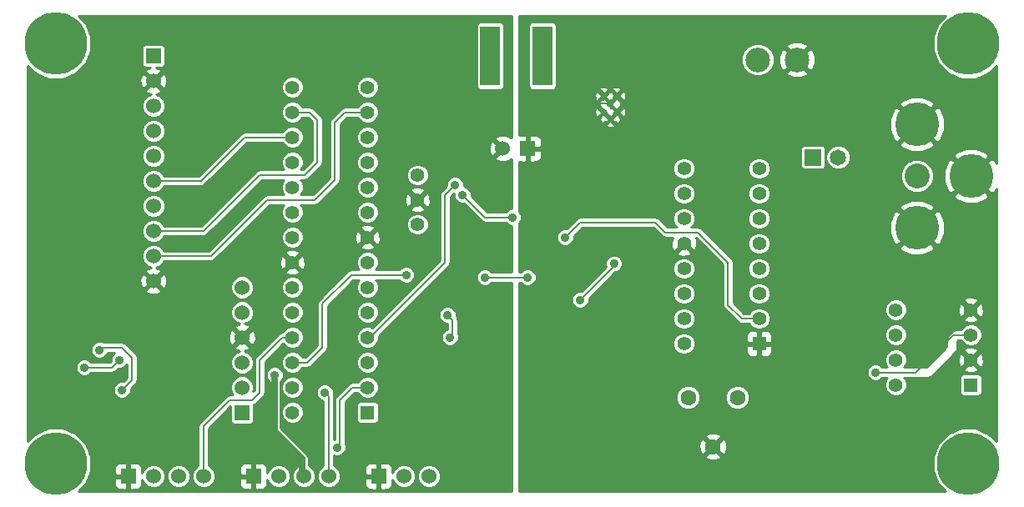
<source format=gbl>
G04 (created by PCBNEW-RS274X (2011-05-25)-stable) date Tue 26 Feb 2013 08:14:21 PM EST*
G01*
G70*
G90*
%MOIN*%
G04 Gerber Fmt 3.4, Leading zero omitted, Abs format*
%FSLAX34Y34*%
G04 APERTURE LIST*
%ADD10C,0.006000*%
%ADD11C,0.055000*%
%ADD12R,0.060000X0.060000*%
%ADD13C,0.060000*%
%ADD14R,0.055000X0.055000*%
%ADD15R,0.065000X0.065000*%
%ADD16C,0.065000*%
%ADD17C,0.175000*%
%ADD18C,0.100000*%
%ADD19C,0.063000*%
%ADD20C,0.098400*%
%ADD21C,0.250000*%
%ADD22R,0.078700X0.236200*%
%ADD23C,0.027000*%
%ADD24C,0.035000*%
%ADD25C,0.008000*%
%ADD26C,0.025000*%
%ADD27C,0.010000*%
G04 APERTURE END LIST*
G54D10*
G54D11*
X56200Y-38616D03*
X56200Y-40584D03*
X56200Y-39600D03*
G54D12*
X44650Y-50650D03*
G54D13*
X45650Y-50650D03*
X46650Y-50650D03*
X47650Y-50650D03*
G54D12*
X49650Y-50650D03*
G54D13*
X50650Y-50650D03*
X51650Y-50650D03*
X52650Y-50650D03*
G54D12*
X54650Y-50650D03*
G54D13*
X55650Y-50650D03*
X56650Y-50650D03*
G54D12*
X60600Y-37550D03*
G54D13*
X59600Y-37550D03*
G54D12*
X49200Y-48100D03*
G54D13*
X49200Y-47100D03*
X49200Y-46100D03*
X49200Y-45100D03*
X49200Y-44100D03*
X49200Y-43100D03*
G54D14*
X78300Y-47000D03*
G54D11*
X78300Y-46000D03*
X78300Y-45000D03*
X78300Y-44000D03*
X75300Y-44000D03*
X75300Y-45000D03*
X75300Y-46000D03*
X75300Y-47000D03*
X54200Y-47100D03*
X54200Y-46100D03*
X54200Y-45100D03*
X54200Y-44100D03*
X54200Y-43100D03*
X54200Y-42100D03*
X54200Y-41100D03*
X54200Y-40100D03*
X54200Y-39100D03*
X54200Y-38100D03*
X54200Y-37100D03*
X54200Y-36100D03*
X54200Y-35100D03*
G54D14*
X54200Y-48100D03*
G54D11*
X51200Y-35100D03*
X51200Y-36100D03*
X51200Y-37100D03*
X51200Y-38100D03*
X51200Y-39100D03*
X51200Y-40100D03*
X51200Y-41100D03*
X51200Y-42100D03*
X51200Y-43100D03*
X51200Y-44100D03*
X51200Y-45100D03*
X51200Y-46100D03*
X51200Y-47100D03*
X51200Y-48100D03*
G54D14*
X69850Y-45350D03*
G54D11*
X69850Y-44350D03*
X69850Y-43350D03*
X69850Y-42350D03*
X69850Y-41350D03*
X69850Y-40350D03*
X69850Y-39350D03*
X69850Y-38350D03*
X66850Y-38350D03*
X66850Y-39350D03*
X66850Y-40350D03*
X66850Y-41350D03*
X66850Y-42350D03*
X66850Y-43350D03*
X66850Y-44350D03*
X66850Y-45350D03*
G54D15*
X72000Y-37900D03*
G54D16*
X73000Y-37900D03*
G54D17*
X78320Y-38650D03*
X76150Y-36585D03*
X76150Y-40715D03*
G54D18*
X76150Y-38650D03*
G54D19*
X68984Y-47500D03*
X67016Y-47500D03*
X68000Y-49469D03*
G54D13*
X45650Y-42850D03*
X45650Y-41850D03*
X45650Y-38850D03*
X45650Y-37850D03*
G54D12*
X45650Y-33850D03*
G54D13*
X45650Y-34850D03*
X45650Y-35850D03*
X45650Y-36850D03*
X45650Y-39850D03*
X45650Y-40850D03*
G54D20*
X69800Y-34000D03*
X71360Y-34000D03*
G54D21*
X41750Y-33350D03*
X78200Y-33350D03*
X41750Y-50150D03*
X78200Y-50150D03*
G54D22*
X61194Y-33850D03*
X59106Y-33850D03*
G54D23*
X64150Y-35450D03*
X63650Y-35450D03*
X63850Y-35750D03*
X64150Y-36100D03*
X63650Y-36100D03*
X63900Y-36350D03*
G54D24*
X74500Y-46500D03*
X50500Y-46600D03*
X57700Y-39000D03*
X57500Y-45100D03*
X57400Y-44200D03*
X53000Y-49500D03*
X60600Y-42700D03*
X58900Y-42700D03*
X52500Y-47300D03*
X44300Y-46000D03*
X42900Y-46300D03*
X43500Y-45600D03*
X44400Y-47200D03*
X62100Y-41100D03*
X60000Y-40300D03*
X58000Y-39400D03*
X62700Y-43600D03*
X64050Y-42150D03*
X57700Y-36700D03*
X45500Y-44900D03*
X47300Y-47800D03*
X40900Y-48700D03*
X42500Y-44200D03*
X44500Y-47700D03*
X58300Y-38500D03*
X58400Y-41000D03*
X43000Y-46800D03*
X58300Y-44300D03*
X47400Y-46800D03*
X44299Y-48801D03*
X61350Y-35900D03*
X73550Y-43550D03*
X71200Y-42900D03*
X67350Y-34200D03*
X66600Y-34050D03*
X66000Y-32750D03*
X65750Y-36250D03*
X61900Y-45600D03*
X61900Y-39600D03*
X78150Y-42450D03*
X62200Y-44500D03*
X65000Y-38700D03*
X61900Y-38800D03*
X62000Y-42100D03*
X55750Y-42600D03*
G54D25*
X78300Y-45000D02*
X77600Y-45000D01*
X76100Y-46500D02*
X74500Y-46500D01*
X77600Y-45000D02*
X76100Y-46500D01*
G54D26*
X50500Y-46600D02*
X50500Y-48850D01*
X51600Y-50600D02*
X51650Y-50650D01*
X51600Y-49950D02*
X51600Y-50600D01*
X50500Y-48850D02*
X51600Y-49950D01*
G54D25*
X57300Y-42100D02*
X57300Y-39400D01*
X54200Y-45100D02*
X54300Y-45100D01*
X57300Y-39400D02*
X57700Y-39000D01*
X54300Y-45100D02*
X57300Y-42100D01*
X57600Y-44400D02*
X57600Y-45000D01*
X57400Y-44200D02*
X57600Y-44400D01*
X57600Y-45000D02*
X57500Y-45100D01*
X49900Y-47300D02*
X49600Y-47600D01*
X50800Y-45100D02*
X51200Y-45100D01*
X49900Y-46000D02*
X50800Y-45100D01*
X48700Y-47600D02*
X49600Y-47600D01*
X47650Y-50650D02*
X47650Y-48650D01*
X47650Y-48650D02*
X48700Y-47600D01*
X49900Y-47300D02*
X49900Y-46000D01*
X45650Y-40850D02*
X47650Y-40850D01*
X51200Y-36100D02*
X51900Y-36100D01*
X52200Y-36400D02*
X52200Y-38100D01*
X51900Y-36100D02*
X52200Y-36400D01*
X49900Y-38600D02*
X51700Y-38600D01*
X51700Y-38600D02*
X52200Y-38100D01*
X47650Y-40850D02*
X49900Y-38600D01*
X47550Y-38850D02*
X45650Y-38850D01*
X51200Y-37100D02*
X49300Y-37100D01*
X49300Y-37100D02*
X47550Y-38850D01*
X53100Y-47600D02*
X53600Y-47100D01*
X53100Y-49400D02*
X53100Y-47600D01*
X53600Y-47100D02*
X54200Y-47100D01*
X53000Y-49500D02*
X53100Y-49400D01*
X47950Y-41850D02*
X50200Y-39600D01*
X52900Y-36500D02*
X53300Y-36100D01*
X52100Y-39600D02*
X52900Y-38800D01*
X52900Y-38800D02*
X52900Y-36500D01*
X53300Y-36100D02*
X54200Y-36100D01*
X50200Y-39600D02*
X52100Y-39600D01*
X45650Y-41850D02*
X47950Y-41850D01*
X60600Y-42700D02*
X58900Y-42700D01*
X52650Y-47450D02*
X52650Y-50650D01*
X52500Y-47300D02*
X52650Y-47450D01*
X42900Y-46300D02*
X44000Y-46300D01*
X44000Y-46300D02*
X44300Y-46000D01*
X44400Y-47200D02*
X44800Y-46800D01*
X44800Y-45900D02*
X44400Y-45500D01*
X44800Y-46800D02*
X44800Y-45900D01*
X44400Y-45500D02*
X43600Y-45500D01*
X43600Y-45500D02*
X43500Y-45600D01*
X68600Y-42100D02*
X68600Y-43800D01*
X62100Y-41100D02*
X62700Y-40500D01*
X65700Y-40500D02*
X66100Y-40900D01*
X62700Y-40500D02*
X65700Y-40500D01*
X66100Y-40900D02*
X67400Y-40900D01*
X69150Y-44350D02*
X69850Y-44350D01*
X68600Y-43800D02*
X69150Y-44350D01*
X67400Y-40900D02*
X68600Y-42100D01*
X58900Y-40300D02*
X58000Y-39400D01*
X60000Y-40300D02*
X58900Y-40300D01*
X62700Y-43600D02*
X64050Y-42250D01*
X64050Y-42250D02*
X64050Y-42150D01*
X44299Y-48801D02*
X44300Y-48800D01*
X63850Y-35750D02*
X63350Y-35750D01*
X63850Y-35650D02*
X63650Y-35450D01*
X63850Y-35650D02*
X63650Y-35450D01*
X63850Y-35750D02*
X63850Y-35650D01*
X64150Y-36100D02*
X64450Y-36400D01*
X53550Y-42600D02*
X55750Y-42600D01*
X52400Y-43750D02*
X53550Y-42600D01*
X51800Y-46100D02*
X51200Y-46100D01*
X52400Y-43750D02*
X52400Y-45500D01*
X52400Y-45500D02*
X51800Y-46100D01*
G54D10*
G36*
X59950Y-51243D02*
X57844Y-51243D01*
X57844Y-45169D01*
X57844Y-45032D01*
X57810Y-44949D01*
X57810Y-44400D01*
X57809Y-44399D01*
X57794Y-44320D01*
X57793Y-44319D01*
X57778Y-44297D01*
X57748Y-44252D01*
X57748Y-44251D01*
X57744Y-44247D01*
X57744Y-44132D01*
X57692Y-44006D01*
X57595Y-43909D01*
X57469Y-43856D01*
X57332Y-43856D01*
X57206Y-43908D01*
X57109Y-44005D01*
X57056Y-44131D01*
X57056Y-44268D01*
X57108Y-44394D01*
X57205Y-44491D01*
X57331Y-44544D01*
X57390Y-44544D01*
X57390Y-44773D01*
X57306Y-44808D01*
X57209Y-44905D01*
X57156Y-45031D01*
X57156Y-45168D01*
X57208Y-45294D01*
X57305Y-45391D01*
X57431Y-45444D01*
X57568Y-45444D01*
X57694Y-45392D01*
X57791Y-45295D01*
X57844Y-45169D01*
X57844Y-51243D01*
X57120Y-51243D01*
X57120Y-50744D01*
X57120Y-50557D01*
X57049Y-50384D01*
X56917Y-50252D01*
X56744Y-50180D01*
X56557Y-50180D01*
X56384Y-50251D01*
X56252Y-50383D01*
X56180Y-50556D01*
X56180Y-50743D01*
X56251Y-50916D01*
X56383Y-51048D01*
X56556Y-51120D01*
X56743Y-51120D01*
X56916Y-51049D01*
X57048Y-50917D01*
X57120Y-50744D01*
X57120Y-51243D01*
X56120Y-51243D01*
X56120Y-50744D01*
X56120Y-50557D01*
X56049Y-50384D01*
X55917Y-50252D01*
X55744Y-50180D01*
X55557Y-50180D01*
X55384Y-50251D01*
X55252Y-50383D01*
X55199Y-50508D01*
X55199Y-50399D01*
X55199Y-50300D01*
X55161Y-50209D01*
X55091Y-50139D01*
X54999Y-50101D01*
X54762Y-50100D01*
X54700Y-50162D01*
X54700Y-50550D01*
X54700Y-50600D01*
X54700Y-50700D01*
X54700Y-50750D01*
X54700Y-51138D01*
X54762Y-51200D01*
X54999Y-51199D01*
X55091Y-51161D01*
X55161Y-51091D01*
X55199Y-51000D01*
X55199Y-50901D01*
X55199Y-50791D01*
X55251Y-50916D01*
X55383Y-51048D01*
X55556Y-51120D01*
X55743Y-51120D01*
X55916Y-51049D01*
X56048Y-50917D01*
X56120Y-50744D01*
X56120Y-51243D01*
X54645Y-51243D01*
X54645Y-48409D01*
X54645Y-48341D01*
X54645Y-47791D01*
X54644Y-47788D01*
X54644Y-47189D01*
X54644Y-47012D01*
X54644Y-46189D01*
X54644Y-46012D01*
X54577Y-45849D01*
X54452Y-45724D01*
X54289Y-45656D01*
X54112Y-45656D01*
X53949Y-45723D01*
X53824Y-45848D01*
X53756Y-46011D01*
X53756Y-46188D01*
X53823Y-46351D01*
X53948Y-46476D01*
X54111Y-46544D01*
X54288Y-46544D01*
X54451Y-46477D01*
X54576Y-46352D01*
X54644Y-46189D01*
X54644Y-47012D01*
X54577Y-46849D01*
X54452Y-46724D01*
X54289Y-46656D01*
X54112Y-46656D01*
X53949Y-46723D01*
X53824Y-46848D01*
X53806Y-46890D01*
X53600Y-46890D01*
X53532Y-46903D01*
X53519Y-46906D01*
X53451Y-46952D01*
X52952Y-47452D01*
X52906Y-47519D01*
X52903Y-47532D01*
X52890Y-47600D01*
X52890Y-49173D01*
X52860Y-49185D01*
X52860Y-47450D01*
X52846Y-47382D01*
X52844Y-47370D01*
X52844Y-47369D01*
X52844Y-47232D01*
X52792Y-47106D01*
X52695Y-47009D01*
X52569Y-46956D01*
X52432Y-46956D01*
X52306Y-47008D01*
X52209Y-47105D01*
X52156Y-47231D01*
X52156Y-47368D01*
X52208Y-47494D01*
X52305Y-47591D01*
X52431Y-47644D01*
X52440Y-47644D01*
X52440Y-50228D01*
X52384Y-50251D01*
X52252Y-50383D01*
X52180Y-50556D01*
X52180Y-50743D01*
X52251Y-50916D01*
X52383Y-51048D01*
X52556Y-51120D01*
X52743Y-51120D01*
X52916Y-51049D01*
X53048Y-50917D01*
X53120Y-50744D01*
X53120Y-50557D01*
X53049Y-50384D01*
X52917Y-50252D01*
X52860Y-50228D01*
X52860Y-49814D01*
X52931Y-49844D01*
X53068Y-49844D01*
X53194Y-49792D01*
X53291Y-49695D01*
X53344Y-49569D01*
X53344Y-49432D01*
X53310Y-49349D01*
X53310Y-47686D01*
X53686Y-47310D01*
X53806Y-47310D01*
X53823Y-47351D01*
X53948Y-47476D01*
X54111Y-47544D01*
X54288Y-47544D01*
X54451Y-47477D01*
X54576Y-47352D01*
X54644Y-47189D01*
X54644Y-47788D01*
X54619Y-47729D01*
X54571Y-47681D01*
X54509Y-47655D01*
X54441Y-47655D01*
X53891Y-47655D01*
X53829Y-47681D01*
X53781Y-47729D01*
X53755Y-47791D01*
X53755Y-47859D01*
X53755Y-48409D01*
X53781Y-48471D01*
X53829Y-48519D01*
X53891Y-48545D01*
X53959Y-48545D01*
X54509Y-48545D01*
X54571Y-48519D01*
X54619Y-48471D01*
X54645Y-48409D01*
X54645Y-51243D01*
X54600Y-51243D01*
X54600Y-51138D01*
X54600Y-50700D01*
X54600Y-50600D01*
X54600Y-50162D01*
X54538Y-50100D01*
X54301Y-50101D01*
X54209Y-50139D01*
X54139Y-50209D01*
X54101Y-50300D01*
X54101Y-50399D01*
X54100Y-50538D01*
X54162Y-50600D01*
X54600Y-50600D01*
X54600Y-50700D01*
X54162Y-50700D01*
X54100Y-50762D01*
X54101Y-50901D01*
X54101Y-51000D01*
X54139Y-51091D01*
X54209Y-51161D01*
X54301Y-51199D01*
X54538Y-51200D01*
X54600Y-51138D01*
X54600Y-51243D01*
X52120Y-51243D01*
X52120Y-50744D01*
X52120Y-50557D01*
X52049Y-50384D01*
X51917Y-50252D01*
X51860Y-50228D01*
X51860Y-49950D01*
X51846Y-49882D01*
X51844Y-49870D01*
X51844Y-49869D01*
X51798Y-49802D01*
X51798Y-49801D01*
X51644Y-49647D01*
X51644Y-48189D01*
X51644Y-48012D01*
X51644Y-47189D01*
X51644Y-47012D01*
X51577Y-46849D01*
X51452Y-46724D01*
X51289Y-46656D01*
X51112Y-46656D01*
X50949Y-46723D01*
X50824Y-46848D01*
X50756Y-47011D01*
X50756Y-47188D01*
X50823Y-47351D01*
X50948Y-47476D01*
X51111Y-47544D01*
X51288Y-47544D01*
X51451Y-47477D01*
X51576Y-47352D01*
X51644Y-47189D01*
X51644Y-48012D01*
X51577Y-47849D01*
X51452Y-47724D01*
X51289Y-47656D01*
X51112Y-47656D01*
X50949Y-47723D01*
X50824Y-47848D01*
X50756Y-48011D01*
X50756Y-48188D01*
X50823Y-48351D01*
X50948Y-48476D01*
X51111Y-48544D01*
X51288Y-48544D01*
X51451Y-48477D01*
X51576Y-48352D01*
X51644Y-48189D01*
X51644Y-49647D01*
X50710Y-48713D01*
X50710Y-46876D01*
X50791Y-46795D01*
X50844Y-46669D01*
X50844Y-46532D01*
X50792Y-46406D01*
X50695Y-46309D01*
X50569Y-46256D01*
X50432Y-46256D01*
X50306Y-46308D01*
X50209Y-46405D01*
X50156Y-46531D01*
X50156Y-46668D01*
X50208Y-46794D01*
X50290Y-46876D01*
X50290Y-48800D01*
X50303Y-48867D01*
X50306Y-48881D01*
X50352Y-48948D01*
X51440Y-50036D01*
X51440Y-50228D01*
X51384Y-50251D01*
X51252Y-50383D01*
X51180Y-50556D01*
X51180Y-50743D01*
X51251Y-50916D01*
X51383Y-51048D01*
X51556Y-51120D01*
X51743Y-51120D01*
X51916Y-51049D01*
X52048Y-50917D01*
X52120Y-50744D01*
X52120Y-51243D01*
X51120Y-51243D01*
X51120Y-50744D01*
X51120Y-50557D01*
X51049Y-50384D01*
X50917Y-50252D01*
X50744Y-50180D01*
X50557Y-50180D01*
X50384Y-50251D01*
X50252Y-50383D01*
X50199Y-50508D01*
X50199Y-50301D01*
X50161Y-50209D01*
X50091Y-50139D01*
X50000Y-50101D01*
X49901Y-50101D01*
X49762Y-50100D01*
X49700Y-50162D01*
X49700Y-50550D01*
X49700Y-50600D01*
X49700Y-50700D01*
X49700Y-50750D01*
X49700Y-51138D01*
X49762Y-51200D01*
X49901Y-51199D01*
X50000Y-51199D01*
X50091Y-51161D01*
X50161Y-51091D01*
X50199Y-50999D01*
X50199Y-50791D01*
X50251Y-50916D01*
X50383Y-51048D01*
X50556Y-51120D01*
X50743Y-51120D01*
X50916Y-51049D01*
X51048Y-50917D01*
X51120Y-50744D01*
X51120Y-51243D01*
X49600Y-51243D01*
X49600Y-51138D01*
X49600Y-50700D01*
X49600Y-50600D01*
X49600Y-50162D01*
X49538Y-50100D01*
X49399Y-50101D01*
X49300Y-50101D01*
X49209Y-50139D01*
X49139Y-50209D01*
X49101Y-50301D01*
X49100Y-50538D01*
X49162Y-50600D01*
X49600Y-50600D01*
X49600Y-50700D01*
X49162Y-50700D01*
X49100Y-50762D01*
X49101Y-50999D01*
X49139Y-51091D01*
X49209Y-51161D01*
X49300Y-51199D01*
X49399Y-51199D01*
X49538Y-51200D01*
X49600Y-51138D01*
X49600Y-51243D01*
X47120Y-51243D01*
X47120Y-50744D01*
X47120Y-50557D01*
X47049Y-50384D01*
X46917Y-50252D01*
X46744Y-50180D01*
X46557Y-50180D01*
X46384Y-50251D01*
X46252Y-50383D01*
X46193Y-50524D01*
X46193Y-42929D01*
X46182Y-42716D01*
X46122Y-42569D01*
X46028Y-42542D01*
X45721Y-42850D01*
X46028Y-43158D01*
X46122Y-43131D01*
X46193Y-42929D01*
X46193Y-50524D01*
X46180Y-50556D01*
X46180Y-50743D01*
X46251Y-50916D01*
X46383Y-51048D01*
X46556Y-51120D01*
X46743Y-51120D01*
X46916Y-51049D01*
X47048Y-50917D01*
X47120Y-50744D01*
X47120Y-51243D01*
X46120Y-51243D01*
X46120Y-50744D01*
X46120Y-50557D01*
X46049Y-50384D01*
X45958Y-50293D01*
X45958Y-43228D01*
X45650Y-42921D01*
X45579Y-42991D01*
X45579Y-42850D01*
X45272Y-42542D01*
X45178Y-42569D01*
X45107Y-42771D01*
X45118Y-42984D01*
X45178Y-43131D01*
X45272Y-43158D01*
X45579Y-42850D01*
X45579Y-42991D01*
X45342Y-43228D01*
X45369Y-43322D01*
X45571Y-43393D01*
X45784Y-43382D01*
X45931Y-43322D01*
X45958Y-43228D01*
X45958Y-50293D01*
X45917Y-50252D01*
X45744Y-50180D01*
X45557Y-50180D01*
X45384Y-50251D01*
X45252Y-50383D01*
X45199Y-50508D01*
X45199Y-50301D01*
X45161Y-50209D01*
X45091Y-50139D01*
X45010Y-50105D01*
X45010Y-46800D01*
X45010Y-45900D01*
X44994Y-45820D01*
X44993Y-45819D01*
X44978Y-45797D01*
X44948Y-45752D01*
X44948Y-45751D01*
X44548Y-45352D01*
X44481Y-45306D01*
X44467Y-45303D01*
X44400Y-45290D01*
X43649Y-45290D01*
X43569Y-45256D01*
X43432Y-45256D01*
X43306Y-45308D01*
X43209Y-45405D01*
X43156Y-45531D01*
X43156Y-45668D01*
X43208Y-45794D01*
X43305Y-45891D01*
X43431Y-45944D01*
X43568Y-45944D01*
X43694Y-45892D01*
X43791Y-45795D01*
X43826Y-45710D01*
X44104Y-45710D01*
X44009Y-45805D01*
X43956Y-45931D01*
X43956Y-46047D01*
X43913Y-46090D01*
X43176Y-46090D01*
X43095Y-46009D01*
X42969Y-45956D01*
X42832Y-45956D01*
X42706Y-46008D01*
X42609Y-46105D01*
X42556Y-46231D01*
X42556Y-46368D01*
X42608Y-46494D01*
X42705Y-46591D01*
X42831Y-46644D01*
X42968Y-46644D01*
X43094Y-46592D01*
X43176Y-46510D01*
X44000Y-46510D01*
X44000Y-46509D01*
X44067Y-46496D01*
X44080Y-46494D01*
X44081Y-46494D01*
X44148Y-46448D01*
X44252Y-46344D01*
X44368Y-46344D01*
X44494Y-46292D01*
X44590Y-46196D01*
X44590Y-46713D01*
X44447Y-46856D01*
X44332Y-46856D01*
X44206Y-46908D01*
X44109Y-47005D01*
X44056Y-47131D01*
X44056Y-47268D01*
X44108Y-47394D01*
X44205Y-47491D01*
X44331Y-47544D01*
X44468Y-47544D01*
X44594Y-47492D01*
X44691Y-47395D01*
X44744Y-47269D01*
X44744Y-47152D01*
X44948Y-46949D01*
X44948Y-46948D01*
X44978Y-46903D01*
X44993Y-46881D01*
X44994Y-46880D01*
X45009Y-46800D01*
X45010Y-46800D01*
X45010Y-50105D01*
X45000Y-50101D01*
X44901Y-50101D01*
X44762Y-50100D01*
X44700Y-50162D01*
X44700Y-50550D01*
X44700Y-50600D01*
X44700Y-50700D01*
X44700Y-50750D01*
X44700Y-51138D01*
X44762Y-51200D01*
X44901Y-51199D01*
X45000Y-51199D01*
X45091Y-51161D01*
X45161Y-51091D01*
X45199Y-50999D01*
X45199Y-50791D01*
X45251Y-50916D01*
X45383Y-51048D01*
X45556Y-51120D01*
X45743Y-51120D01*
X45916Y-51049D01*
X46048Y-50917D01*
X46120Y-50744D01*
X46120Y-51243D01*
X44600Y-51243D01*
X44600Y-51138D01*
X44600Y-50700D01*
X44600Y-50600D01*
X44600Y-50162D01*
X44538Y-50100D01*
X44399Y-50101D01*
X44300Y-50101D01*
X44209Y-50139D01*
X44139Y-50209D01*
X44101Y-50301D01*
X44100Y-50538D01*
X44162Y-50600D01*
X44600Y-50600D01*
X44600Y-50700D01*
X44162Y-50700D01*
X44100Y-50762D01*
X44101Y-50999D01*
X44139Y-51091D01*
X44209Y-51161D01*
X44300Y-51199D01*
X44399Y-51199D01*
X44538Y-51200D01*
X44600Y-51138D01*
X44600Y-51243D01*
X42663Y-51243D01*
X42952Y-50955D01*
X43169Y-50433D01*
X43169Y-49869D01*
X42953Y-49347D01*
X42555Y-48948D01*
X42033Y-48731D01*
X41469Y-48731D01*
X40947Y-48947D01*
X40627Y-49266D01*
X40627Y-34233D01*
X40945Y-34552D01*
X41467Y-34769D01*
X42031Y-34769D01*
X42553Y-34553D01*
X42952Y-34155D01*
X43169Y-33633D01*
X43169Y-33069D01*
X42953Y-32547D01*
X42651Y-32245D01*
X59950Y-32245D01*
X59950Y-37109D01*
X59925Y-37084D01*
X59892Y-37116D01*
X59881Y-37078D01*
X59679Y-37007D01*
X59669Y-37007D01*
X59669Y-35065D01*
X59669Y-34997D01*
X59669Y-32635D01*
X59643Y-32573D01*
X59595Y-32525D01*
X59533Y-32499D01*
X59465Y-32499D01*
X58679Y-32499D01*
X58617Y-32525D01*
X58569Y-32573D01*
X58543Y-32635D01*
X58543Y-32703D01*
X58543Y-35065D01*
X58569Y-35127D01*
X58617Y-35175D01*
X58679Y-35201D01*
X58747Y-35201D01*
X59533Y-35201D01*
X59595Y-35175D01*
X59643Y-35127D01*
X59669Y-35065D01*
X59669Y-37007D01*
X59466Y-37018D01*
X59319Y-37078D01*
X59292Y-37172D01*
X59565Y-37444D01*
X59600Y-37479D01*
X59671Y-37550D01*
X59600Y-37621D01*
X59529Y-37691D01*
X59529Y-37550D01*
X59222Y-37242D01*
X59128Y-37269D01*
X59057Y-37471D01*
X59068Y-37684D01*
X59128Y-37831D01*
X59222Y-37858D01*
X59529Y-37550D01*
X59529Y-37691D01*
X59292Y-37928D01*
X59319Y-38022D01*
X59521Y-38093D01*
X59734Y-38082D01*
X59881Y-38022D01*
X59892Y-37983D01*
X59908Y-37999D01*
X59925Y-38016D01*
X59950Y-37991D01*
X59950Y-39956D01*
X59932Y-39956D01*
X59908Y-39965D01*
X59806Y-40008D01*
X59724Y-40090D01*
X58986Y-40090D01*
X58344Y-39447D01*
X58344Y-39332D01*
X58292Y-39206D01*
X58195Y-39109D01*
X58069Y-39056D01*
X58044Y-39056D01*
X58044Y-38932D01*
X57992Y-38806D01*
X57895Y-38709D01*
X57769Y-38656D01*
X57632Y-38656D01*
X57506Y-38708D01*
X57409Y-38805D01*
X57356Y-38931D01*
X57356Y-39047D01*
X57152Y-39252D01*
X57106Y-39319D01*
X57103Y-39332D01*
X57090Y-39400D01*
X57090Y-42013D01*
X56719Y-42384D01*
X56719Y-39674D01*
X56708Y-39470D01*
X56652Y-39333D01*
X56644Y-39330D01*
X56644Y-38705D01*
X56644Y-38528D01*
X56577Y-38365D01*
X56452Y-38240D01*
X56289Y-38172D01*
X56112Y-38172D01*
X55949Y-38239D01*
X55824Y-38364D01*
X55756Y-38527D01*
X55756Y-38704D01*
X55823Y-38867D01*
X55948Y-38992D01*
X56111Y-39060D01*
X56288Y-39060D01*
X56451Y-38993D01*
X56576Y-38868D01*
X56644Y-38705D01*
X56644Y-39330D01*
X56561Y-39310D01*
X56490Y-39381D01*
X56490Y-39239D01*
X56467Y-39148D01*
X56274Y-39081D01*
X56070Y-39092D01*
X55933Y-39148D01*
X55910Y-39239D01*
X56200Y-39529D01*
X56490Y-39239D01*
X56490Y-39381D01*
X56271Y-39600D01*
X56561Y-39890D01*
X56652Y-39867D01*
X56719Y-39674D01*
X56719Y-42384D01*
X56644Y-42459D01*
X56644Y-40673D01*
X56644Y-40496D01*
X56577Y-40333D01*
X56490Y-40246D01*
X56490Y-39961D01*
X56200Y-39671D01*
X56129Y-39742D01*
X56129Y-39600D01*
X55839Y-39310D01*
X55748Y-39333D01*
X55681Y-39526D01*
X55692Y-39730D01*
X55748Y-39867D01*
X55839Y-39890D01*
X56129Y-39600D01*
X56129Y-39742D01*
X55910Y-39961D01*
X55933Y-40052D01*
X56126Y-40119D01*
X56330Y-40108D01*
X56467Y-40052D01*
X56490Y-39961D01*
X56490Y-40246D01*
X56452Y-40208D01*
X56289Y-40140D01*
X56112Y-40140D01*
X55949Y-40207D01*
X55824Y-40332D01*
X55756Y-40495D01*
X55756Y-40672D01*
X55823Y-40835D01*
X55948Y-40960D01*
X56111Y-41028D01*
X56288Y-41028D01*
X56451Y-40961D01*
X56576Y-40836D01*
X56644Y-40673D01*
X56644Y-42459D01*
X56094Y-43009D01*
X56094Y-42669D01*
X56094Y-42532D01*
X56042Y-42406D01*
X55945Y-42309D01*
X55819Y-42256D01*
X55682Y-42256D01*
X55556Y-42308D01*
X55474Y-42390D01*
X54719Y-42390D01*
X54719Y-41174D01*
X54708Y-40970D01*
X54652Y-40833D01*
X54644Y-40830D01*
X54644Y-40189D01*
X54644Y-40012D01*
X54644Y-39189D01*
X54644Y-39012D01*
X54644Y-38189D01*
X54644Y-38012D01*
X54644Y-37189D01*
X54644Y-37012D01*
X54644Y-36189D01*
X54644Y-36012D01*
X54644Y-35189D01*
X54644Y-35012D01*
X54577Y-34849D01*
X54452Y-34724D01*
X54289Y-34656D01*
X54112Y-34656D01*
X53949Y-34723D01*
X53824Y-34848D01*
X53756Y-35011D01*
X53756Y-35188D01*
X53823Y-35351D01*
X53948Y-35476D01*
X54111Y-35544D01*
X54288Y-35544D01*
X54451Y-35477D01*
X54576Y-35352D01*
X54644Y-35189D01*
X54644Y-36012D01*
X54577Y-35849D01*
X54452Y-35724D01*
X54289Y-35656D01*
X54112Y-35656D01*
X53949Y-35723D01*
X53824Y-35848D01*
X53806Y-35890D01*
X53300Y-35890D01*
X53220Y-35906D01*
X53197Y-35921D01*
X53151Y-35952D01*
X52752Y-36352D01*
X52706Y-36419D01*
X52703Y-36432D01*
X52690Y-36500D01*
X52690Y-38713D01*
X52013Y-39390D01*
X51538Y-39390D01*
X51576Y-39352D01*
X51644Y-39189D01*
X51644Y-39012D01*
X51577Y-38849D01*
X51538Y-38810D01*
X51700Y-38810D01*
X51700Y-38809D01*
X51767Y-38796D01*
X51780Y-38794D01*
X51781Y-38794D01*
X51848Y-38748D01*
X52348Y-38249D01*
X52348Y-38248D01*
X52394Y-38181D01*
X52394Y-38180D01*
X52396Y-38167D01*
X52409Y-38100D01*
X52410Y-38100D01*
X52410Y-36400D01*
X52396Y-36332D01*
X52394Y-36320D01*
X52394Y-36319D01*
X52348Y-36252D01*
X52348Y-36251D01*
X52048Y-35952D01*
X51981Y-35906D01*
X51967Y-35903D01*
X51900Y-35890D01*
X51644Y-35890D01*
X51644Y-35189D01*
X51644Y-35012D01*
X51577Y-34849D01*
X51452Y-34724D01*
X51289Y-34656D01*
X51112Y-34656D01*
X50949Y-34723D01*
X50824Y-34848D01*
X50756Y-35011D01*
X50756Y-35188D01*
X50823Y-35351D01*
X50948Y-35476D01*
X51111Y-35544D01*
X51288Y-35544D01*
X51451Y-35477D01*
X51576Y-35352D01*
X51644Y-35189D01*
X51644Y-35890D01*
X51593Y-35890D01*
X51577Y-35849D01*
X51452Y-35724D01*
X51289Y-35656D01*
X51112Y-35656D01*
X50949Y-35723D01*
X50824Y-35848D01*
X50756Y-36011D01*
X50756Y-36188D01*
X50823Y-36351D01*
X50948Y-36476D01*
X51111Y-36544D01*
X51288Y-36544D01*
X51451Y-36477D01*
X51576Y-36352D01*
X51593Y-36310D01*
X51813Y-36310D01*
X51990Y-36486D01*
X51990Y-38013D01*
X51613Y-38390D01*
X51538Y-38390D01*
X51576Y-38352D01*
X51644Y-38189D01*
X51644Y-38012D01*
X51644Y-37189D01*
X51644Y-37012D01*
X51577Y-36849D01*
X51452Y-36724D01*
X51289Y-36656D01*
X51112Y-36656D01*
X50949Y-36723D01*
X50824Y-36848D01*
X50806Y-36890D01*
X49300Y-36890D01*
X49220Y-36906D01*
X49197Y-36921D01*
X49151Y-36952D01*
X47463Y-38640D01*
X46193Y-38640D01*
X46193Y-34929D01*
X46182Y-34716D01*
X46122Y-34569D01*
X46120Y-34568D01*
X46120Y-34184D01*
X46120Y-34116D01*
X46120Y-33516D01*
X46094Y-33454D01*
X46046Y-33406D01*
X45984Y-33380D01*
X45916Y-33380D01*
X45316Y-33380D01*
X45254Y-33406D01*
X45206Y-33454D01*
X45180Y-33516D01*
X45180Y-33584D01*
X45180Y-34184D01*
X45206Y-34246D01*
X45254Y-34294D01*
X45316Y-34320D01*
X45384Y-34320D01*
X45511Y-34320D01*
X45369Y-34378D01*
X45342Y-34472D01*
X45650Y-34779D01*
X45958Y-34472D01*
X45931Y-34378D01*
X45765Y-34320D01*
X45984Y-34320D01*
X46046Y-34294D01*
X46094Y-34246D01*
X46120Y-34184D01*
X46120Y-34568D01*
X46028Y-34542D01*
X45721Y-34850D01*
X46028Y-35158D01*
X46122Y-35131D01*
X46193Y-34929D01*
X46193Y-38640D01*
X46120Y-38640D01*
X46120Y-37944D01*
X46120Y-37757D01*
X46120Y-36944D01*
X46120Y-36757D01*
X46120Y-35944D01*
X46120Y-35757D01*
X46049Y-35584D01*
X45917Y-35452D01*
X45752Y-35383D01*
X45784Y-35382D01*
X45931Y-35322D01*
X45958Y-35228D01*
X45650Y-34921D01*
X45579Y-34991D01*
X45579Y-34850D01*
X45272Y-34542D01*
X45178Y-34569D01*
X45107Y-34771D01*
X45118Y-34984D01*
X45178Y-35131D01*
X45272Y-35158D01*
X45579Y-34850D01*
X45579Y-34991D01*
X45342Y-35228D01*
X45369Y-35322D01*
X45546Y-35384D01*
X45384Y-35451D01*
X45252Y-35583D01*
X45180Y-35756D01*
X45180Y-35943D01*
X45251Y-36116D01*
X45383Y-36248D01*
X45556Y-36320D01*
X45743Y-36320D01*
X45916Y-36249D01*
X46048Y-36117D01*
X46120Y-35944D01*
X46120Y-36757D01*
X46049Y-36584D01*
X45917Y-36452D01*
X45744Y-36380D01*
X45557Y-36380D01*
X45384Y-36451D01*
X45252Y-36583D01*
X45180Y-36756D01*
X45180Y-36943D01*
X45251Y-37116D01*
X45383Y-37248D01*
X45556Y-37320D01*
X45743Y-37320D01*
X45916Y-37249D01*
X46048Y-37117D01*
X46120Y-36944D01*
X46120Y-37757D01*
X46049Y-37584D01*
X45917Y-37452D01*
X45744Y-37380D01*
X45557Y-37380D01*
X45384Y-37451D01*
X45252Y-37583D01*
X45180Y-37756D01*
X45180Y-37943D01*
X45251Y-38116D01*
X45383Y-38248D01*
X45556Y-38320D01*
X45743Y-38320D01*
X45916Y-38249D01*
X46048Y-38117D01*
X46120Y-37944D01*
X46120Y-38640D01*
X46071Y-38640D01*
X46049Y-38584D01*
X45917Y-38452D01*
X45744Y-38380D01*
X45557Y-38380D01*
X45384Y-38451D01*
X45252Y-38583D01*
X45180Y-38756D01*
X45180Y-38943D01*
X45251Y-39116D01*
X45383Y-39248D01*
X45556Y-39320D01*
X45743Y-39320D01*
X45916Y-39249D01*
X46048Y-39117D01*
X46071Y-39060D01*
X47550Y-39060D01*
X47550Y-39059D01*
X47617Y-39046D01*
X47630Y-39044D01*
X47631Y-39044D01*
X47698Y-38998D01*
X49386Y-37310D01*
X50806Y-37310D01*
X50823Y-37351D01*
X50948Y-37476D01*
X51111Y-37544D01*
X51288Y-37544D01*
X51451Y-37477D01*
X51576Y-37352D01*
X51644Y-37189D01*
X51644Y-38012D01*
X51577Y-37849D01*
X51452Y-37724D01*
X51289Y-37656D01*
X51112Y-37656D01*
X50949Y-37723D01*
X50824Y-37848D01*
X50756Y-38011D01*
X50756Y-38188D01*
X50823Y-38351D01*
X50862Y-38390D01*
X49900Y-38390D01*
X49820Y-38406D01*
X49797Y-38421D01*
X49751Y-38452D01*
X47563Y-40640D01*
X46120Y-40640D01*
X46120Y-39944D01*
X46120Y-39757D01*
X46049Y-39584D01*
X45917Y-39452D01*
X45744Y-39380D01*
X45557Y-39380D01*
X45384Y-39451D01*
X45252Y-39583D01*
X45180Y-39756D01*
X45180Y-39943D01*
X45251Y-40116D01*
X45383Y-40248D01*
X45556Y-40320D01*
X45743Y-40320D01*
X45916Y-40249D01*
X46048Y-40117D01*
X46120Y-39944D01*
X46120Y-40640D01*
X46071Y-40640D01*
X46049Y-40584D01*
X45917Y-40452D01*
X45744Y-40380D01*
X45557Y-40380D01*
X45384Y-40451D01*
X45252Y-40583D01*
X45180Y-40756D01*
X45180Y-40943D01*
X45251Y-41116D01*
X45383Y-41248D01*
X45556Y-41320D01*
X45743Y-41320D01*
X45916Y-41249D01*
X46048Y-41117D01*
X46071Y-41060D01*
X47650Y-41060D01*
X47650Y-41059D01*
X47717Y-41046D01*
X47730Y-41044D01*
X47731Y-41044D01*
X47798Y-40998D01*
X49986Y-38810D01*
X50862Y-38810D01*
X50824Y-38848D01*
X50756Y-39011D01*
X50756Y-39188D01*
X50823Y-39351D01*
X50862Y-39390D01*
X50200Y-39390D01*
X50120Y-39406D01*
X50097Y-39421D01*
X50051Y-39452D01*
X47863Y-41640D01*
X46071Y-41640D01*
X46049Y-41584D01*
X45917Y-41452D01*
X45744Y-41380D01*
X45557Y-41380D01*
X45384Y-41451D01*
X45252Y-41583D01*
X45180Y-41756D01*
X45180Y-41943D01*
X45251Y-42116D01*
X45383Y-42248D01*
X45547Y-42316D01*
X45516Y-42318D01*
X45369Y-42378D01*
X45342Y-42472D01*
X45650Y-42779D01*
X45958Y-42472D01*
X45931Y-42378D01*
X45753Y-42315D01*
X45916Y-42249D01*
X46048Y-42117D01*
X46071Y-42060D01*
X47950Y-42060D01*
X47950Y-42059D01*
X48017Y-42046D01*
X48030Y-42044D01*
X48031Y-42044D01*
X48098Y-41998D01*
X50286Y-39810D01*
X50862Y-39810D01*
X50824Y-39848D01*
X50756Y-40011D01*
X50756Y-40188D01*
X50823Y-40351D01*
X50948Y-40476D01*
X51111Y-40544D01*
X51288Y-40544D01*
X51451Y-40477D01*
X51576Y-40352D01*
X51644Y-40189D01*
X51644Y-40012D01*
X51577Y-39849D01*
X51538Y-39810D01*
X52100Y-39810D01*
X52100Y-39809D01*
X52167Y-39796D01*
X52180Y-39794D01*
X52181Y-39794D01*
X52248Y-39748D01*
X53048Y-38949D01*
X53048Y-38948D01*
X53078Y-38903D01*
X53093Y-38881D01*
X53094Y-38880D01*
X53109Y-38800D01*
X53110Y-38800D01*
X53110Y-36586D01*
X53386Y-36310D01*
X53806Y-36310D01*
X53823Y-36351D01*
X53948Y-36476D01*
X54111Y-36544D01*
X54288Y-36544D01*
X54451Y-36477D01*
X54576Y-36352D01*
X54644Y-36189D01*
X54644Y-37012D01*
X54577Y-36849D01*
X54452Y-36724D01*
X54289Y-36656D01*
X54112Y-36656D01*
X53949Y-36723D01*
X53824Y-36848D01*
X53756Y-37011D01*
X53756Y-37188D01*
X53823Y-37351D01*
X53948Y-37476D01*
X54111Y-37544D01*
X54288Y-37544D01*
X54451Y-37477D01*
X54576Y-37352D01*
X54644Y-37189D01*
X54644Y-38012D01*
X54577Y-37849D01*
X54452Y-37724D01*
X54289Y-37656D01*
X54112Y-37656D01*
X53949Y-37723D01*
X53824Y-37848D01*
X53756Y-38011D01*
X53756Y-38188D01*
X53823Y-38351D01*
X53948Y-38476D01*
X54111Y-38544D01*
X54288Y-38544D01*
X54451Y-38477D01*
X54576Y-38352D01*
X54644Y-38189D01*
X54644Y-39012D01*
X54577Y-38849D01*
X54452Y-38724D01*
X54289Y-38656D01*
X54112Y-38656D01*
X53949Y-38723D01*
X53824Y-38848D01*
X53756Y-39011D01*
X53756Y-39188D01*
X53823Y-39351D01*
X53948Y-39476D01*
X54111Y-39544D01*
X54288Y-39544D01*
X54451Y-39477D01*
X54576Y-39352D01*
X54644Y-39189D01*
X54644Y-40012D01*
X54577Y-39849D01*
X54452Y-39724D01*
X54289Y-39656D01*
X54112Y-39656D01*
X53949Y-39723D01*
X53824Y-39848D01*
X53756Y-40011D01*
X53756Y-40188D01*
X53823Y-40351D01*
X53948Y-40476D01*
X54111Y-40544D01*
X54288Y-40544D01*
X54451Y-40477D01*
X54576Y-40352D01*
X54644Y-40189D01*
X54644Y-40830D01*
X54561Y-40810D01*
X54490Y-40881D01*
X54490Y-40739D01*
X54467Y-40648D01*
X54274Y-40581D01*
X54070Y-40592D01*
X53933Y-40648D01*
X53910Y-40739D01*
X54200Y-41029D01*
X54490Y-40739D01*
X54490Y-40881D01*
X54271Y-41100D01*
X54561Y-41390D01*
X54652Y-41367D01*
X54719Y-41174D01*
X54719Y-42390D01*
X54538Y-42390D01*
X54576Y-42352D01*
X54644Y-42189D01*
X54644Y-42012D01*
X54577Y-41849D01*
X54490Y-41762D01*
X54490Y-41461D01*
X54200Y-41171D01*
X54129Y-41242D01*
X54129Y-41100D01*
X53839Y-40810D01*
X53748Y-40833D01*
X53681Y-41026D01*
X53692Y-41230D01*
X53748Y-41367D01*
X53839Y-41390D01*
X54129Y-41100D01*
X54129Y-41242D01*
X53910Y-41461D01*
X53933Y-41552D01*
X54126Y-41619D01*
X54330Y-41608D01*
X54467Y-41552D01*
X54490Y-41461D01*
X54490Y-41762D01*
X54452Y-41724D01*
X54289Y-41656D01*
X54112Y-41656D01*
X53949Y-41723D01*
X53824Y-41848D01*
X53756Y-42011D01*
X53756Y-42188D01*
X53823Y-42351D01*
X53862Y-42390D01*
X53550Y-42390D01*
X53482Y-42403D01*
X53469Y-42406D01*
X53401Y-42452D01*
X52252Y-43602D01*
X52206Y-43669D01*
X52203Y-43682D01*
X52190Y-43750D01*
X52190Y-45413D01*
X51719Y-45884D01*
X51719Y-42174D01*
X51708Y-41970D01*
X51652Y-41833D01*
X51644Y-41830D01*
X51644Y-41189D01*
X51644Y-41012D01*
X51577Y-40849D01*
X51452Y-40724D01*
X51289Y-40656D01*
X51112Y-40656D01*
X50949Y-40723D01*
X50824Y-40848D01*
X50756Y-41011D01*
X50756Y-41188D01*
X50823Y-41351D01*
X50948Y-41476D01*
X51111Y-41544D01*
X51288Y-41544D01*
X51451Y-41477D01*
X51576Y-41352D01*
X51644Y-41189D01*
X51644Y-41830D01*
X51561Y-41810D01*
X51490Y-41881D01*
X51490Y-41739D01*
X51467Y-41648D01*
X51274Y-41581D01*
X51070Y-41592D01*
X50933Y-41648D01*
X50910Y-41739D01*
X51200Y-42029D01*
X51490Y-41739D01*
X51490Y-41881D01*
X51271Y-42100D01*
X51561Y-42390D01*
X51652Y-42367D01*
X51719Y-42174D01*
X51719Y-45884D01*
X51713Y-45890D01*
X51644Y-45890D01*
X51644Y-45189D01*
X51644Y-45012D01*
X51644Y-44189D01*
X51644Y-44012D01*
X51644Y-43189D01*
X51644Y-43012D01*
X51577Y-42849D01*
X51490Y-42762D01*
X51490Y-42461D01*
X51200Y-42171D01*
X51129Y-42242D01*
X51129Y-42100D01*
X50839Y-41810D01*
X50748Y-41833D01*
X50681Y-42026D01*
X50692Y-42230D01*
X50748Y-42367D01*
X50839Y-42390D01*
X51129Y-42100D01*
X51129Y-42242D01*
X50910Y-42461D01*
X50933Y-42552D01*
X51126Y-42619D01*
X51330Y-42608D01*
X51467Y-42552D01*
X51490Y-42461D01*
X51490Y-42762D01*
X51452Y-42724D01*
X51289Y-42656D01*
X51112Y-42656D01*
X50949Y-42723D01*
X50824Y-42848D01*
X50756Y-43011D01*
X50756Y-43188D01*
X50823Y-43351D01*
X50948Y-43476D01*
X51111Y-43544D01*
X51288Y-43544D01*
X51451Y-43477D01*
X51576Y-43352D01*
X51644Y-43189D01*
X51644Y-44012D01*
X51577Y-43849D01*
X51452Y-43724D01*
X51289Y-43656D01*
X51112Y-43656D01*
X50949Y-43723D01*
X50824Y-43848D01*
X50756Y-44011D01*
X50756Y-44188D01*
X50823Y-44351D01*
X50948Y-44476D01*
X51111Y-44544D01*
X51288Y-44544D01*
X51451Y-44477D01*
X51576Y-44352D01*
X51644Y-44189D01*
X51644Y-45012D01*
X51577Y-44849D01*
X51452Y-44724D01*
X51289Y-44656D01*
X51112Y-44656D01*
X50949Y-44723D01*
X50824Y-44848D01*
X50806Y-44890D01*
X50800Y-44890D01*
X50720Y-44906D01*
X50697Y-44921D01*
X50651Y-44952D01*
X49752Y-45852D01*
X49743Y-45865D01*
X49743Y-45179D01*
X49732Y-44966D01*
X49672Y-44819D01*
X49670Y-44818D01*
X49670Y-44194D01*
X49670Y-44007D01*
X49670Y-43194D01*
X49670Y-43007D01*
X49599Y-42834D01*
X49467Y-42702D01*
X49294Y-42630D01*
X49107Y-42630D01*
X48934Y-42701D01*
X48802Y-42833D01*
X48730Y-43006D01*
X48730Y-43193D01*
X48801Y-43366D01*
X48933Y-43498D01*
X49106Y-43570D01*
X49293Y-43570D01*
X49466Y-43499D01*
X49598Y-43367D01*
X49670Y-43194D01*
X49670Y-44007D01*
X49599Y-43834D01*
X49467Y-43702D01*
X49294Y-43630D01*
X49107Y-43630D01*
X48934Y-43701D01*
X48802Y-43833D01*
X48730Y-44006D01*
X48730Y-44193D01*
X48801Y-44366D01*
X48933Y-44498D01*
X49097Y-44566D01*
X49066Y-44568D01*
X48919Y-44628D01*
X48892Y-44722D01*
X49200Y-45029D01*
X49508Y-44722D01*
X49481Y-44628D01*
X49303Y-44565D01*
X49466Y-44499D01*
X49598Y-44367D01*
X49670Y-44194D01*
X49670Y-44818D01*
X49578Y-44792D01*
X49271Y-45100D01*
X49578Y-45408D01*
X49672Y-45381D01*
X49743Y-45179D01*
X49743Y-45865D01*
X49706Y-45919D01*
X49703Y-45932D01*
X49690Y-46000D01*
X49690Y-47213D01*
X49641Y-47261D01*
X49670Y-47194D01*
X49670Y-47007D01*
X49670Y-46194D01*
X49670Y-46007D01*
X49599Y-45834D01*
X49467Y-45702D01*
X49302Y-45633D01*
X49334Y-45632D01*
X49481Y-45572D01*
X49508Y-45478D01*
X49200Y-45171D01*
X49129Y-45241D01*
X49129Y-45100D01*
X48822Y-44792D01*
X48728Y-44819D01*
X48657Y-45021D01*
X48668Y-45234D01*
X48728Y-45381D01*
X48822Y-45408D01*
X49129Y-45100D01*
X49129Y-45241D01*
X48892Y-45478D01*
X48919Y-45572D01*
X49096Y-45634D01*
X48934Y-45701D01*
X48802Y-45833D01*
X48730Y-46006D01*
X48730Y-46193D01*
X48801Y-46366D01*
X48933Y-46498D01*
X49106Y-46570D01*
X49293Y-46570D01*
X49466Y-46499D01*
X49598Y-46367D01*
X49670Y-46194D01*
X49670Y-47007D01*
X49599Y-46834D01*
X49467Y-46702D01*
X49294Y-46630D01*
X49107Y-46630D01*
X48934Y-46701D01*
X48802Y-46833D01*
X48730Y-47006D01*
X48730Y-47193D01*
X48801Y-47366D01*
X48825Y-47390D01*
X48700Y-47390D01*
X48620Y-47406D01*
X48597Y-47421D01*
X48551Y-47452D01*
X47502Y-48502D01*
X47456Y-48569D01*
X47453Y-48582D01*
X47440Y-48650D01*
X47440Y-50228D01*
X47384Y-50251D01*
X47252Y-50383D01*
X47180Y-50556D01*
X47180Y-50743D01*
X47251Y-50916D01*
X47383Y-51048D01*
X47556Y-51120D01*
X47743Y-51120D01*
X47916Y-51049D01*
X48048Y-50917D01*
X48120Y-50744D01*
X48120Y-50557D01*
X48049Y-50384D01*
X47917Y-50252D01*
X47860Y-50228D01*
X47860Y-48736D01*
X48730Y-47866D01*
X48730Y-48434D01*
X48756Y-48496D01*
X48804Y-48544D01*
X48866Y-48570D01*
X48934Y-48570D01*
X49534Y-48570D01*
X49596Y-48544D01*
X49644Y-48496D01*
X49670Y-48434D01*
X49670Y-48366D01*
X49670Y-47796D01*
X49680Y-47794D01*
X49681Y-47794D01*
X49748Y-47748D01*
X50048Y-47449D01*
X50048Y-47448D01*
X50094Y-47381D01*
X50094Y-47380D01*
X50096Y-47367D01*
X50109Y-47300D01*
X50110Y-47300D01*
X50110Y-46086D01*
X50834Y-45362D01*
X50948Y-45476D01*
X51111Y-45544D01*
X51288Y-45544D01*
X51451Y-45477D01*
X51576Y-45352D01*
X51644Y-45189D01*
X51644Y-45890D01*
X51593Y-45890D01*
X51577Y-45849D01*
X51452Y-45724D01*
X51289Y-45656D01*
X51112Y-45656D01*
X50949Y-45723D01*
X50824Y-45848D01*
X50756Y-46011D01*
X50756Y-46188D01*
X50823Y-46351D01*
X50948Y-46476D01*
X51111Y-46544D01*
X51288Y-46544D01*
X51451Y-46477D01*
X51576Y-46352D01*
X51593Y-46310D01*
X51800Y-46310D01*
X51800Y-46309D01*
X51867Y-46296D01*
X51880Y-46294D01*
X51881Y-46294D01*
X51948Y-46248D01*
X52548Y-45649D01*
X52548Y-45648D01*
X52578Y-45603D01*
X52593Y-45581D01*
X52594Y-45580D01*
X52609Y-45500D01*
X52610Y-45500D01*
X52610Y-43836D01*
X53636Y-42810D01*
X53862Y-42810D01*
X53824Y-42848D01*
X53756Y-43011D01*
X53756Y-43188D01*
X53823Y-43351D01*
X53948Y-43476D01*
X54111Y-43544D01*
X54288Y-43544D01*
X54451Y-43477D01*
X54576Y-43352D01*
X54644Y-43189D01*
X54644Y-43012D01*
X54577Y-42849D01*
X54538Y-42810D01*
X55474Y-42810D01*
X55555Y-42891D01*
X55681Y-42944D01*
X55818Y-42944D01*
X55944Y-42892D01*
X56041Y-42795D01*
X56094Y-42669D01*
X56094Y-43009D01*
X54644Y-44459D01*
X54644Y-44189D01*
X54644Y-44012D01*
X54577Y-43849D01*
X54452Y-43724D01*
X54289Y-43656D01*
X54112Y-43656D01*
X53949Y-43723D01*
X53824Y-43848D01*
X53756Y-44011D01*
X53756Y-44188D01*
X53823Y-44351D01*
X53948Y-44476D01*
X54111Y-44544D01*
X54288Y-44544D01*
X54451Y-44477D01*
X54576Y-44352D01*
X54644Y-44189D01*
X54644Y-44459D01*
X54401Y-44702D01*
X54289Y-44656D01*
X54112Y-44656D01*
X53949Y-44723D01*
X53824Y-44848D01*
X53756Y-45011D01*
X53756Y-45188D01*
X53823Y-45351D01*
X53948Y-45476D01*
X54111Y-45544D01*
X54288Y-45544D01*
X54451Y-45477D01*
X54576Y-45352D01*
X54644Y-45189D01*
X54644Y-45052D01*
X57448Y-42249D01*
X57448Y-42248D01*
X57478Y-42203D01*
X57493Y-42181D01*
X57494Y-42180D01*
X57509Y-42100D01*
X57510Y-42100D01*
X57510Y-39486D01*
X57652Y-39344D01*
X57656Y-39344D01*
X57656Y-39468D01*
X57708Y-39594D01*
X57805Y-39691D01*
X57931Y-39744D01*
X58047Y-39744D01*
X58751Y-40448D01*
X58752Y-40448D01*
X58797Y-40478D01*
X58819Y-40493D01*
X58820Y-40494D01*
X58899Y-40509D01*
X58900Y-40510D01*
X59724Y-40510D01*
X59805Y-40591D01*
X59931Y-40644D01*
X59950Y-40644D01*
X59950Y-42490D01*
X59176Y-42490D01*
X59095Y-42409D01*
X58969Y-42356D01*
X58832Y-42356D01*
X58706Y-42408D01*
X58609Y-42505D01*
X58556Y-42631D01*
X58556Y-42768D01*
X58608Y-42894D01*
X58705Y-42991D01*
X58831Y-43044D01*
X58968Y-43044D01*
X59094Y-42992D01*
X59176Y-42910D01*
X59950Y-42910D01*
X59950Y-51243D01*
X59950Y-51243D01*
G37*
G54D27*
X59950Y-51243D02*
X57844Y-51243D01*
X57844Y-45169D01*
X57844Y-45032D01*
X57810Y-44949D01*
X57810Y-44400D01*
X57809Y-44399D01*
X57794Y-44320D01*
X57793Y-44319D01*
X57778Y-44297D01*
X57748Y-44252D01*
X57748Y-44251D01*
X57744Y-44247D01*
X57744Y-44132D01*
X57692Y-44006D01*
X57595Y-43909D01*
X57469Y-43856D01*
X57332Y-43856D01*
X57206Y-43908D01*
X57109Y-44005D01*
X57056Y-44131D01*
X57056Y-44268D01*
X57108Y-44394D01*
X57205Y-44491D01*
X57331Y-44544D01*
X57390Y-44544D01*
X57390Y-44773D01*
X57306Y-44808D01*
X57209Y-44905D01*
X57156Y-45031D01*
X57156Y-45168D01*
X57208Y-45294D01*
X57305Y-45391D01*
X57431Y-45444D01*
X57568Y-45444D01*
X57694Y-45392D01*
X57791Y-45295D01*
X57844Y-45169D01*
X57844Y-51243D01*
X57120Y-51243D01*
X57120Y-50744D01*
X57120Y-50557D01*
X57049Y-50384D01*
X56917Y-50252D01*
X56744Y-50180D01*
X56557Y-50180D01*
X56384Y-50251D01*
X56252Y-50383D01*
X56180Y-50556D01*
X56180Y-50743D01*
X56251Y-50916D01*
X56383Y-51048D01*
X56556Y-51120D01*
X56743Y-51120D01*
X56916Y-51049D01*
X57048Y-50917D01*
X57120Y-50744D01*
X57120Y-51243D01*
X56120Y-51243D01*
X56120Y-50744D01*
X56120Y-50557D01*
X56049Y-50384D01*
X55917Y-50252D01*
X55744Y-50180D01*
X55557Y-50180D01*
X55384Y-50251D01*
X55252Y-50383D01*
X55199Y-50508D01*
X55199Y-50399D01*
X55199Y-50300D01*
X55161Y-50209D01*
X55091Y-50139D01*
X54999Y-50101D01*
X54762Y-50100D01*
X54700Y-50162D01*
X54700Y-50550D01*
X54700Y-50600D01*
X54700Y-50700D01*
X54700Y-50750D01*
X54700Y-51138D01*
X54762Y-51200D01*
X54999Y-51199D01*
X55091Y-51161D01*
X55161Y-51091D01*
X55199Y-51000D01*
X55199Y-50901D01*
X55199Y-50791D01*
X55251Y-50916D01*
X55383Y-51048D01*
X55556Y-51120D01*
X55743Y-51120D01*
X55916Y-51049D01*
X56048Y-50917D01*
X56120Y-50744D01*
X56120Y-51243D01*
X54645Y-51243D01*
X54645Y-48409D01*
X54645Y-48341D01*
X54645Y-47791D01*
X54644Y-47788D01*
X54644Y-47189D01*
X54644Y-47012D01*
X54644Y-46189D01*
X54644Y-46012D01*
X54577Y-45849D01*
X54452Y-45724D01*
X54289Y-45656D01*
X54112Y-45656D01*
X53949Y-45723D01*
X53824Y-45848D01*
X53756Y-46011D01*
X53756Y-46188D01*
X53823Y-46351D01*
X53948Y-46476D01*
X54111Y-46544D01*
X54288Y-46544D01*
X54451Y-46477D01*
X54576Y-46352D01*
X54644Y-46189D01*
X54644Y-47012D01*
X54577Y-46849D01*
X54452Y-46724D01*
X54289Y-46656D01*
X54112Y-46656D01*
X53949Y-46723D01*
X53824Y-46848D01*
X53806Y-46890D01*
X53600Y-46890D01*
X53532Y-46903D01*
X53519Y-46906D01*
X53451Y-46952D01*
X52952Y-47452D01*
X52906Y-47519D01*
X52903Y-47532D01*
X52890Y-47600D01*
X52890Y-49173D01*
X52860Y-49185D01*
X52860Y-47450D01*
X52846Y-47382D01*
X52844Y-47370D01*
X52844Y-47369D01*
X52844Y-47232D01*
X52792Y-47106D01*
X52695Y-47009D01*
X52569Y-46956D01*
X52432Y-46956D01*
X52306Y-47008D01*
X52209Y-47105D01*
X52156Y-47231D01*
X52156Y-47368D01*
X52208Y-47494D01*
X52305Y-47591D01*
X52431Y-47644D01*
X52440Y-47644D01*
X52440Y-50228D01*
X52384Y-50251D01*
X52252Y-50383D01*
X52180Y-50556D01*
X52180Y-50743D01*
X52251Y-50916D01*
X52383Y-51048D01*
X52556Y-51120D01*
X52743Y-51120D01*
X52916Y-51049D01*
X53048Y-50917D01*
X53120Y-50744D01*
X53120Y-50557D01*
X53049Y-50384D01*
X52917Y-50252D01*
X52860Y-50228D01*
X52860Y-49814D01*
X52931Y-49844D01*
X53068Y-49844D01*
X53194Y-49792D01*
X53291Y-49695D01*
X53344Y-49569D01*
X53344Y-49432D01*
X53310Y-49349D01*
X53310Y-47686D01*
X53686Y-47310D01*
X53806Y-47310D01*
X53823Y-47351D01*
X53948Y-47476D01*
X54111Y-47544D01*
X54288Y-47544D01*
X54451Y-47477D01*
X54576Y-47352D01*
X54644Y-47189D01*
X54644Y-47788D01*
X54619Y-47729D01*
X54571Y-47681D01*
X54509Y-47655D01*
X54441Y-47655D01*
X53891Y-47655D01*
X53829Y-47681D01*
X53781Y-47729D01*
X53755Y-47791D01*
X53755Y-47859D01*
X53755Y-48409D01*
X53781Y-48471D01*
X53829Y-48519D01*
X53891Y-48545D01*
X53959Y-48545D01*
X54509Y-48545D01*
X54571Y-48519D01*
X54619Y-48471D01*
X54645Y-48409D01*
X54645Y-51243D01*
X54600Y-51243D01*
X54600Y-51138D01*
X54600Y-50700D01*
X54600Y-50600D01*
X54600Y-50162D01*
X54538Y-50100D01*
X54301Y-50101D01*
X54209Y-50139D01*
X54139Y-50209D01*
X54101Y-50300D01*
X54101Y-50399D01*
X54100Y-50538D01*
X54162Y-50600D01*
X54600Y-50600D01*
X54600Y-50700D01*
X54162Y-50700D01*
X54100Y-50762D01*
X54101Y-50901D01*
X54101Y-51000D01*
X54139Y-51091D01*
X54209Y-51161D01*
X54301Y-51199D01*
X54538Y-51200D01*
X54600Y-51138D01*
X54600Y-51243D01*
X52120Y-51243D01*
X52120Y-50744D01*
X52120Y-50557D01*
X52049Y-50384D01*
X51917Y-50252D01*
X51860Y-50228D01*
X51860Y-49950D01*
X51846Y-49882D01*
X51844Y-49870D01*
X51844Y-49869D01*
X51798Y-49802D01*
X51798Y-49801D01*
X51644Y-49647D01*
X51644Y-48189D01*
X51644Y-48012D01*
X51644Y-47189D01*
X51644Y-47012D01*
X51577Y-46849D01*
X51452Y-46724D01*
X51289Y-46656D01*
X51112Y-46656D01*
X50949Y-46723D01*
X50824Y-46848D01*
X50756Y-47011D01*
X50756Y-47188D01*
X50823Y-47351D01*
X50948Y-47476D01*
X51111Y-47544D01*
X51288Y-47544D01*
X51451Y-47477D01*
X51576Y-47352D01*
X51644Y-47189D01*
X51644Y-48012D01*
X51577Y-47849D01*
X51452Y-47724D01*
X51289Y-47656D01*
X51112Y-47656D01*
X50949Y-47723D01*
X50824Y-47848D01*
X50756Y-48011D01*
X50756Y-48188D01*
X50823Y-48351D01*
X50948Y-48476D01*
X51111Y-48544D01*
X51288Y-48544D01*
X51451Y-48477D01*
X51576Y-48352D01*
X51644Y-48189D01*
X51644Y-49647D01*
X50710Y-48713D01*
X50710Y-46876D01*
X50791Y-46795D01*
X50844Y-46669D01*
X50844Y-46532D01*
X50792Y-46406D01*
X50695Y-46309D01*
X50569Y-46256D01*
X50432Y-46256D01*
X50306Y-46308D01*
X50209Y-46405D01*
X50156Y-46531D01*
X50156Y-46668D01*
X50208Y-46794D01*
X50290Y-46876D01*
X50290Y-48800D01*
X50303Y-48867D01*
X50306Y-48881D01*
X50352Y-48948D01*
X51440Y-50036D01*
X51440Y-50228D01*
X51384Y-50251D01*
X51252Y-50383D01*
X51180Y-50556D01*
X51180Y-50743D01*
X51251Y-50916D01*
X51383Y-51048D01*
X51556Y-51120D01*
X51743Y-51120D01*
X51916Y-51049D01*
X52048Y-50917D01*
X52120Y-50744D01*
X52120Y-51243D01*
X51120Y-51243D01*
X51120Y-50744D01*
X51120Y-50557D01*
X51049Y-50384D01*
X50917Y-50252D01*
X50744Y-50180D01*
X50557Y-50180D01*
X50384Y-50251D01*
X50252Y-50383D01*
X50199Y-50508D01*
X50199Y-50301D01*
X50161Y-50209D01*
X50091Y-50139D01*
X50000Y-50101D01*
X49901Y-50101D01*
X49762Y-50100D01*
X49700Y-50162D01*
X49700Y-50550D01*
X49700Y-50600D01*
X49700Y-50700D01*
X49700Y-50750D01*
X49700Y-51138D01*
X49762Y-51200D01*
X49901Y-51199D01*
X50000Y-51199D01*
X50091Y-51161D01*
X50161Y-51091D01*
X50199Y-50999D01*
X50199Y-50791D01*
X50251Y-50916D01*
X50383Y-51048D01*
X50556Y-51120D01*
X50743Y-51120D01*
X50916Y-51049D01*
X51048Y-50917D01*
X51120Y-50744D01*
X51120Y-51243D01*
X49600Y-51243D01*
X49600Y-51138D01*
X49600Y-50700D01*
X49600Y-50600D01*
X49600Y-50162D01*
X49538Y-50100D01*
X49399Y-50101D01*
X49300Y-50101D01*
X49209Y-50139D01*
X49139Y-50209D01*
X49101Y-50301D01*
X49100Y-50538D01*
X49162Y-50600D01*
X49600Y-50600D01*
X49600Y-50700D01*
X49162Y-50700D01*
X49100Y-50762D01*
X49101Y-50999D01*
X49139Y-51091D01*
X49209Y-51161D01*
X49300Y-51199D01*
X49399Y-51199D01*
X49538Y-51200D01*
X49600Y-51138D01*
X49600Y-51243D01*
X47120Y-51243D01*
X47120Y-50744D01*
X47120Y-50557D01*
X47049Y-50384D01*
X46917Y-50252D01*
X46744Y-50180D01*
X46557Y-50180D01*
X46384Y-50251D01*
X46252Y-50383D01*
X46193Y-50524D01*
X46193Y-42929D01*
X46182Y-42716D01*
X46122Y-42569D01*
X46028Y-42542D01*
X45721Y-42850D01*
X46028Y-43158D01*
X46122Y-43131D01*
X46193Y-42929D01*
X46193Y-50524D01*
X46180Y-50556D01*
X46180Y-50743D01*
X46251Y-50916D01*
X46383Y-51048D01*
X46556Y-51120D01*
X46743Y-51120D01*
X46916Y-51049D01*
X47048Y-50917D01*
X47120Y-50744D01*
X47120Y-51243D01*
X46120Y-51243D01*
X46120Y-50744D01*
X46120Y-50557D01*
X46049Y-50384D01*
X45958Y-50293D01*
X45958Y-43228D01*
X45650Y-42921D01*
X45579Y-42991D01*
X45579Y-42850D01*
X45272Y-42542D01*
X45178Y-42569D01*
X45107Y-42771D01*
X45118Y-42984D01*
X45178Y-43131D01*
X45272Y-43158D01*
X45579Y-42850D01*
X45579Y-42991D01*
X45342Y-43228D01*
X45369Y-43322D01*
X45571Y-43393D01*
X45784Y-43382D01*
X45931Y-43322D01*
X45958Y-43228D01*
X45958Y-50293D01*
X45917Y-50252D01*
X45744Y-50180D01*
X45557Y-50180D01*
X45384Y-50251D01*
X45252Y-50383D01*
X45199Y-50508D01*
X45199Y-50301D01*
X45161Y-50209D01*
X45091Y-50139D01*
X45010Y-50105D01*
X45010Y-46800D01*
X45010Y-45900D01*
X44994Y-45820D01*
X44993Y-45819D01*
X44978Y-45797D01*
X44948Y-45752D01*
X44948Y-45751D01*
X44548Y-45352D01*
X44481Y-45306D01*
X44467Y-45303D01*
X44400Y-45290D01*
X43649Y-45290D01*
X43569Y-45256D01*
X43432Y-45256D01*
X43306Y-45308D01*
X43209Y-45405D01*
X43156Y-45531D01*
X43156Y-45668D01*
X43208Y-45794D01*
X43305Y-45891D01*
X43431Y-45944D01*
X43568Y-45944D01*
X43694Y-45892D01*
X43791Y-45795D01*
X43826Y-45710D01*
X44104Y-45710D01*
X44009Y-45805D01*
X43956Y-45931D01*
X43956Y-46047D01*
X43913Y-46090D01*
X43176Y-46090D01*
X43095Y-46009D01*
X42969Y-45956D01*
X42832Y-45956D01*
X42706Y-46008D01*
X42609Y-46105D01*
X42556Y-46231D01*
X42556Y-46368D01*
X42608Y-46494D01*
X42705Y-46591D01*
X42831Y-46644D01*
X42968Y-46644D01*
X43094Y-46592D01*
X43176Y-46510D01*
X44000Y-46510D01*
X44000Y-46509D01*
X44067Y-46496D01*
X44080Y-46494D01*
X44081Y-46494D01*
X44148Y-46448D01*
X44252Y-46344D01*
X44368Y-46344D01*
X44494Y-46292D01*
X44590Y-46196D01*
X44590Y-46713D01*
X44447Y-46856D01*
X44332Y-46856D01*
X44206Y-46908D01*
X44109Y-47005D01*
X44056Y-47131D01*
X44056Y-47268D01*
X44108Y-47394D01*
X44205Y-47491D01*
X44331Y-47544D01*
X44468Y-47544D01*
X44594Y-47492D01*
X44691Y-47395D01*
X44744Y-47269D01*
X44744Y-47152D01*
X44948Y-46949D01*
X44948Y-46948D01*
X44978Y-46903D01*
X44993Y-46881D01*
X44994Y-46880D01*
X45009Y-46800D01*
X45010Y-46800D01*
X45010Y-50105D01*
X45000Y-50101D01*
X44901Y-50101D01*
X44762Y-50100D01*
X44700Y-50162D01*
X44700Y-50550D01*
X44700Y-50600D01*
X44700Y-50700D01*
X44700Y-50750D01*
X44700Y-51138D01*
X44762Y-51200D01*
X44901Y-51199D01*
X45000Y-51199D01*
X45091Y-51161D01*
X45161Y-51091D01*
X45199Y-50999D01*
X45199Y-50791D01*
X45251Y-50916D01*
X45383Y-51048D01*
X45556Y-51120D01*
X45743Y-51120D01*
X45916Y-51049D01*
X46048Y-50917D01*
X46120Y-50744D01*
X46120Y-51243D01*
X44600Y-51243D01*
X44600Y-51138D01*
X44600Y-50700D01*
X44600Y-50600D01*
X44600Y-50162D01*
X44538Y-50100D01*
X44399Y-50101D01*
X44300Y-50101D01*
X44209Y-50139D01*
X44139Y-50209D01*
X44101Y-50301D01*
X44100Y-50538D01*
X44162Y-50600D01*
X44600Y-50600D01*
X44600Y-50700D01*
X44162Y-50700D01*
X44100Y-50762D01*
X44101Y-50999D01*
X44139Y-51091D01*
X44209Y-51161D01*
X44300Y-51199D01*
X44399Y-51199D01*
X44538Y-51200D01*
X44600Y-51138D01*
X44600Y-51243D01*
X42663Y-51243D01*
X42952Y-50955D01*
X43169Y-50433D01*
X43169Y-49869D01*
X42953Y-49347D01*
X42555Y-48948D01*
X42033Y-48731D01*
X41469Y-48731D01*
X40947Y-48947D01*
X40627Y-49266D01*
X40627Y-34233D01*
X40945Y-34552D01*
X41467Y-34769D01*
X42031Y-34769D01*
X42553Y-34553D01*
X42952Y-34155D01*
X43169Y-33633D01*
X43169Y-33069D01*
X42953Y-32547D01*
X42651Y-32245D01*
X59950Y-32245D01*
X59950Y-37109D01*
X59925Y-37084D01*
X59892Y-37116D01*
X59881Y-37078D01*
X59679Y-37007D01*
X59669Y-37007D01*
X59669Y-35065D01*
X59669Y-34997D01*
X59669Y-32635D01*
X59643Y-32573D01*
X59595Y-32525D01*
X59533Y-32499D01*
X59465Y-32499D01*
X58679Y-32499D01*
X58617Y-32525D01*
X58569Y-32573D01*
X58543Y-32635D01*
X58543Y-32703D01*
X58543Y-35065D01*
X58569Y-35127D01*
X58617Y-35175D01*
X58679Y-35201D01*
X58747Y-35201D01*
X59533Y-35201D01*
X59595Y-35175D01*
X59643Y-35127D01*
X59669Y-35065D01*
X59669Y-37007D01*
X59466Y-37018D01*
X59319Y-37078D01*
X59292Y-37172D01*
X59565Y-37444D01*
X59600Y-37479D01*
X59671Y-37550D01*
X59600Y-37621D01*
X59529Y-37691D01*
X59529Y-37550D01*
X59222Y-37242D01*
X59128Y-37269D01*
X59057Y-37471D01*
X59068Y-37684D01*
X59128Y-37831D01*
X59222Y-37858D01*
X59529Y-37550D01*
X59529Y-37691D01*
X59292Y-37928D01*
X59319Y-38022D01*
X59521Y-38093D01*
X59734Y-38082D01*
X59881Y-38022D01*
X59892Y-37983D01*
X59908Y-37999D01*
X59925Y-38016D01*
X59950Y-37991D01*
X59950Y-39956D01*
X59932Y-39956D01*
X59908Y-39965D01*
X59806Y-40008D01*
X59724Y-40090D01*
X58986Y-40090D01*
X58344Y-39447D01*
X58344Y-39332D01*
X58292Y-39206D01*
X58195Y-39109D01*
X58069Y-39056D01*
X58044Y-39056D01*
X58044Y-38932D01*
X57992Y-38806D01*
X57895Y-38709D01*
X57769Y-38656D01*
X57632Y-38656D01*
X57506Y-38708D01*
X57409Y-38805D01*
X57356Y-38931D01*
X57356Y-39047D01*
X57152Y-39252D01*
X57106Y-39319D01*
X57103Y-39332D01*
X57090Y-39400D01*
X57090Y-42013D01*
X56719Y-42384D01*
X56719Y-39674D01*
X56708Y-39470D01*
X56652Y-39333D01*
X56644Y-39330D01*
X56644Y-38705D01*
X56644Y-38528D01*
X56577Y-38365D01*
X56452Y-38240D01*
X56289Y-38172D01*
X56112Y-38172D01*
X55949Y-38239D01*
X55824Y-38364D01*
X55756Y-38527D01*
X55756Y-38704D01*
X55823Y-38867D01*
X55948Y-38992D01*
X56111Y-39060D01*
X56288Y-39060D01*
X56451Y-38993D01*
X56576Y-38868D01*
X56644Y-38705D01*
X56644Y-39330D01*
X56561Y-39310D01*
X56490Y-39381D01*
X56490Y-39239D01*
X56467Y-39148D01*
X56274Y-39081D01*
X56070Y-39092D01*
X55933Y-39148D01*
X55910Y-39239D01*
X56200Y-39529D01*
X56490Y-39239D01*
X56490Y-39381D01*
X56271Y-39600D01*
X56561Y-39890D01*
X56652Y-39867D01*
X56719Y-39674D01*
X56719Y-42384D01*
X56644Y-42459D01*
X56644Y-40673D01*
X56644Y-40496D01*
X56577Y-40333D01*
X56490Y-40246D01*
X56490Y-39961D01*
X56200Y-39671D01*
X56129Y-39742D01*
X56129Y-39600D01*
X55839Y-39310D01*
X55748Y-39333D01*
X55681Y-39526D01*
X55692Y-39730D01*
X55748Y-39867D01*
X55839Y-39890D01*
X56129Y-39600D01*
X56129Y-39742D01*
X55910Y-39961D01*
X55933Y-40052D01*
X56126Y-40119D01*
X56330Y-40108D01*
X56467Y-40052D01*
X56490Y-39961D01*
X56490Y-40246D01*
X56452Y-40208D01*
X56289Y-40140D01*
X56112Y-40140D01*
X55949Y-40207D01*
X55824Y-40332D01*
X55756Y-40495D01*
X55756Y-40672D01*
X55823Y-40835D01*
X55948Y-40960D01*
X56111Y-41028D01*
X56288Y-41028D01*
X56451Y-40961D01*
X56576Y-40836D01*
X56644Y-40673D01*
X56644Y-42459D01*
X56094Y-43009D01*
X56094Y-42669D01*
X56094Y-42532D01*
X56042Y-42406D01*
X55945Y-42309D01*
X55819Y-42256D01*
X55682Y-42256D01*
X55556Y-42308D01*
X55474Y-42390D01*
X54719Y-42390D01*
X54719Y-41174D01*
X54708Y-40970D01*
X54652Y-40833D01*
X54644Y-40830D01*
X54644Y-40189D01*
X54644Y-40012D01*
X54644Y-39189D01*
X54644Y-39012D01*
X54644Y-38189D01*
X54644Y-38012D01*
X54644Y-37189D01*
X54644Y-37012D01*
X54644Y-36189D01*
X54644Y-36012D01*
X54644Y-35189D01*
X54644Y-35012D01*
X54577Y-34849D01*
X54452Y-34724D01*
X54289Y-34656D01*
X54112Y-34656D01*
X53949Y-34723D01*
X53824Y-34848D01*
X53756Y-35011D01*
X53756Y-35188D01*
X53823Y-35351D01*
X53948Y-35476D01*
X54111Y-35544D01*
X54288Y-35544D01*
X54451Y-35477D01*
X54576Y-35352D01*
X54644Y-35189D01*
X54644Y-36012D01*
X54577Y-35849D01*
X54452Y-35724D01*
X54289Y-35656D01*
X54112Y-35656D01*
X53949Y-35723D01*
X53824Y-35848D01*
X53806Y-35890D01*
X53300Y-35890D01*
X53220Y-35906D01*
X53197Y-35921D01*
X53151Y-35952D01*
X52752Y-36352D01*
X52706Y-36419D01*
X52703Y-36432D01*
X52690Y-36500D01*
X52690Y-38713D01*
X52013Y-39390D01*
X51538Y-39390D01*
X51576Y-39352D01*
X51644Y-39189D01*
X51644Y-39012D01*
X51577Y-38849D01*
X51538Y-38810D01*
X51700Y-38810D01*
X51700Y-38809D01*
X51767Y-38796D01*
X51780Y-38794D01*
X51781Y-38794D01*
X51848Y-38748D01*
X52348Y-38249D01*
X52348Y-38248D01*
X52394Y-38181D01*
X52394Y-38180D01*
X52396Y-38167D01*
X52409Y-38100D01*
X52410Y-38100D01*
X52410Y-36400D01*
X52396Y-36332D01*
X52394Y-36320D01*
X52394Y-36319D01*
X52348Y-36252D01*
X52348Y-36251D01*
X52048Y-35952D01*
X51981Y-35906D01*
X51967Y-35903D01*
X51900Y-35890D01*
X51644Y-35890D01*
X51644Y-35189D01*
X51644Y-35012D01*
X51577Y-34849D01*
X51452Y-34724D01*
X51289Y-34656D01*
X51112Y-34656D01*
X50949Y-34723D01*
X50824Y-34848D01*
X50756Y-35011D01*
X50756Y-35188D01*
X50823Y-35351D01*
X50948Y-35476D01*
X51111Y-35544D01*
X51288Y-35544D01*
X51451Y-35477D01*
X51576Y-35352D01*
X51644Y-35189D01*
X51644Y-35890D01*
X51593Y-35890D01*
X51577Y-35849D01*
X51452Y-35724D01*
X51289Y-35656D01*
X51112Y-35656D01*
X50949Y-35723D01*
X50824Y-35848D01*
X50756Y-36011D01*
X50756Y-36188D01*
X50823Y-36351D01*
X50948Y-36476D01*
X51111Y-36544D01*
X51288Y-36544D01*
X51451Y-36477D01*
X51576Y-36352D01*
X51593Y-36310D01*
X51813Y-36310D01*
X51990Y-36486D01*
X51990Y-38013D01*
X51613Y-38390D01*
X51538Y-38390D01*
X51576Y-38352D01*
X51644Y-38189D01*
X51644Y-38012D01*
X51644Y-37189D01*
X51644Y-37012D01*
X51577Y-36849D01*
X51452Y-36724D01*
X51289Y-36656D01*
X51112Y-36656D01*
X50949Y-36723D01*
X50824Y-36848D01*
X50806Y-36890D01*
X49300Y-36890D01*
X49220Y-36906D01*
X49197Y-36921D01*
X49151Y-36952D01*
X47463Y-38640D01*
X46193Y-38640D01*
X46193Y-34929D01*
X46182Y-34716D01*
X46122Y-34569D01*
X46120Y-34568D01*
X46120Y-34184D01*
X46120Y-34116D01*
X46120Y-33516D01*
X46094Y-33454D01*
X46046Y-33406D01*
X45984Y-33380D01*
X45916Y-33380D01*
X45316Y-33380D01*
X45254Y-33406D01*
X45206Y-33454D01*
X45180Y-33516D01*
X45180Y-33584D01*
X45180Y-34184D01*
X45206Y-34246D01*
X45254Y-34294D01*
X45316Y-34320D01*
X45384Y-34320D01*
X45511Y-34320D01*
X45369Y-34378D01*
X45342Y-34472D01*
X45650Y-34779D01*
X45958Y-34472D01*
X45931Y-34378D01*
X45765Y-34320D01*
X45984Y-34320D01*
X46046Y-34294D01*
X46094Y-34246D01*
X46120Y-34184D01*
X46120Y-34568D01*
X46028Y-34542D01*
X45721Y-34850D01*
X46028Y-35158D01*
X46122Y-35131D01*
X46193Y-34929D01*
X46193Y-38640D01*
X46120Y-38640D01*
X46120Y-37944D01*
X46120Y-37757D01*
X46120Y-36944D01*
X46120Y-36757D01*
X46120Y-35944D01*
X46120Y-35757D01*
X46049Y-35584D01*
X45917Y-35452D01*
X45752Y-35383D01*
X45784Y-35382D01*
X45931Y-35322D01*
X45958Y-35228D01*
X45650Y-34921D01*
X45579Y-34991D01*
X45579Y-34850D01*
X45272Y-34542D01*
X45178Y-34569D01*
X45107Y-34771D01*
X45118Y-34984D01*
X45178Y-35131D01*
X45272Y-35158D01*
X45579Y-34850D01*
X45579Y-34991D01*
X45342Y-35228D01*
X45369Y-35322D01*
X45546Y-35384D01*
X45384Y-35451D01*
X45252Y-35583D01*
X45180Y-35756D01*
X45180Y-35943D01*
X45251Y-36116D01*
X45383Y-36248D01*
X45556Y-36320D01*
X45743Y-36320D01*
X45916Y-36249D01*
X46048Y-36117D01*
X46120Y-35944D01*
X46120Y-36757D01*
X46049Y-36584D01*
X45917Y-36452D01*
X45744Y-36380D01*
X45557Y-36380D01*
X45384Y-36451D01*
X45252Y-36583D01*
X45180Y-36756D01*
X45180Y-36943D01*
X45251Y-37116D01*
X45383Y-37248D01*
X45556Y-37320D01*
X45743Y-37320D01*
X45916Y-37249D01*
X46048Y-37117D01*
X46120Y-36944D01*
X46120Y-37757D01*
X46049Y-37584D01*
X45917Y-37452D01*
X45744Y-37380D01*
X45557Y-37380D01*
X45384Y-37451D01*
X45252Y-37583D01*
X45180Y-37756D01*
X45180Y-37943D01*
X45251Y-38116D01*
X45383Y-38248D01*
X45556Y-38320D01*
X45743Y-38320D01*
X45916Y-38249D01*
X46048Y-38117D01*
X46120Y-37944D01*
X46120Y-38640D01*
X46071Y-38640D01*
X46049Y-38584D01*
X45917Y-38452D01*
X45744Y-38380D01*
X45557Y-38380D01*
X45384Y-38451D01*
X45252Y-38583D01*
X45180Y-38756D01*
X45180Y-38943D01*
X45251Y-39116D01*
X45383Y-39248D01*
X45556Y-39320D01*
X45743Y-39320D01*
X45916Y-39249D01*
X46048Y-39117D01*
X46071Y-39060D01*
X47550Y-39060D01*
X47550Y-39059D01*
X47617Y-39046D01*
X47630Y-39044D01*
X47631Y-39044D01*
X47698Y-38998D01*
X49386Y-37310D01*
X50806Y-37310D01*
X50823Y-37351D01*
X50948Y-37476D01*
X51111Y-37544D01*
X51288Y-37544D01*
X51451Y-37477D01*
X51576Y-37352D01*
X51644Y-37189D01*
X51644Y-38012D01*
X51577Y-37849D01*
X51452Y-37724D01*
X51289Y-37656D01*
X51112Y-37656D01*
X50949Y-37723D01*
X50824Y-37848D01*
X50756Y-38011D01*
X50756Y-38188D01*
X50823Y-38351D01*
X50862Y-38390D01*
X49900Y-38390D01*
X49820Y-38406D01*
X49797Y-38421D01*
X49751Y-38452D01*
X47563Y-40640D01*
X46120Y-40640D01*
X46120Y-39944D01*
X46120Y-39757D01*
X46049Y-39584D01*
X45917Y-39452D01*
X45744Y-39380D01*
X45557Y-39380D01*
X45384Y-39451D01*
X45252Y-39583D01*
X45180Y-39756D01*
X45180Y-39943D01*
X45251Y-40116D01*
X45383Y-40248D01*
X45556Y-40320D01*
X45743Y-40320D01*
X45916Y-40249D01*
X46048Y-40117D01*
X46120Y-39944D01*
X46120Y-40640D01*
X46071Y-40640D01*
X46049Y-40584D01*
X45917Y-40452D01*
X45744Y-40380D01*
X45557Y-40380D01*
X45384Y-40451D01*
X45252Y-40583D01*
X45180Y-40756D01*
X45180Y-40943D01*
X45251Y-41116D01*
X45383Y-41248D01*
X45556Y-41320D01*
X45743Y-41320D01*
X45916Y-41249D01*
X46048Y-41117D01*
X46071Y-41060D01*
X47650Y-41060D01*
X47650Y-41059D01*
X47717Y-41046D01*
X47730Y-41044D01*
X47731Y-41044D01*
X47798Y-40998D01*
X49986Y-38810D01*
X50862Y-38810D01*
X50824Y-38848D01*
X50756Y-39011D01*
X50756Y-39188D01*
X50823Y-39351D01*
X50862Y-39390D01*
X50200Y-39390D01*
X50120Y-39406D01*
X50097Y-39421D01*
X50051Y-39452D01*
X47863Y-41640D01*
X46071Y-41640D01*
X46049Y-41584D01*
X45917Y-41452D01*
X45744Y-41380D01*
X45557Y-41380D01*
X45384Y-41451D01*
X45252Y-41583D01*
X45180Y-41756D01*
X45180Y-41943D01*
X45251Y-42116D01*
X45383Y-42248D01*
X45547Y-42316D01*
X45516Y-42318D01*
X45369Y-42378D01*
X45342Y-42472D01*
X45650Y-42779D01*
X45958Y-42472D01*
X45931Y-42378D01*
X45753Y-42315D01*
X45916Y-42249D01*
X46048Y-42117D01*
X46071Y-42060D01*
X47950Y-42060D01*
X47950Y-42059D01*
X48017Y-42046D01*
X48030Y-42044D01*
X48031Y-42044D01*
X48098Y-41998D01*
X50286Y-39810D01*
X50862Y-39810D01*
X50824Y-39848D01*
X50756Y-40011D01*
X50756Y-40188D01*
X50823Y-40351D01*
X50948Y-40476D01*
X51111Y-40544D01*
X51288Y-40544D01*
X51451Y-40477D01*
X51576Y-40352D01*
X51644Y-40189D01*
X51644Y-40012D01*
X51577Y-39849D01*
X51538Y-39810D01*
X52100Y-39810D01*
X52100Y-39809D01*
X52167Y-39796D01*
X52180Y-39794D01*
X52181Y-39794D01*
X52248Y-39748D01*
X53048Y-38949D01*
X53048Y-38948D01*
X53078Y-38903D01*
X53093Y-38881D01*
X53094Y-38880D01*
X53109Y-38800D01*
X53110Y-38800D01*
X53110Y-36586D01*
X53386Y-36310D01*
X53806Y-36310D01*
X53823Y-36351D01*
X53948Y-36476D01*
X54111Y-36544D01*
X54288Y-36544D01*
X54451Y-36477D01*
X54576Y-36352D01*
X54644Y-36189D01*
X54644Y-37012D01*
X54577Y-36849D01*
X54452Y-36724D01*
X54289Y-36656D01*
X54112Y-36656D01*
X53949Y-36723D01*
X53824Y-36848D01*
X53756Y-37011D01*
X53756Y-37188D01*
X53823Y-37351D01*
X53948Y-37476D01*
X54111Y-37544D01*
X54288Y-37544D01*
X54451Y-37477D01*
X54576Y-37352D01*
X54644Y-37189D01*
X54644Y-38012D01*
X54577Y-37849D01*
X54452Y-37724D01*
X54289Y-37656D01*
X54112Y-37656D01*
X53949Y-37723D01*
X53824Y-37848D01*
X53756Y-38011D01*
X53756Y-38188D01*
X53823Y-38351D01*
X53948Y-38476D01*
X54111Y-38544D01*
X54288Y-38544D01*
X54451Y-38477D01*
X54576Y-38352D01*
X54644Y-38189D01*
X54644Y-39012D01*
X54577Y-38849D01*
X54452Y-38724D01*
X54289Y-38656D01*
X54112Y-38656D01*
X53949Y-38723D01*
X53824Y-38848D01*
X53756Y-39011D01*
X53756Y-39188D01*
X53823Y-39351D01*
X53948Y-39476D01*
X54111Y-39544D01*
X54288Y-39544D01*
X54451Y-39477D01*
X54576Y-39352D01*
X54644Y-39189D01*
X54644Y-40012D01*
X54577Y-39849D01*
X54452Y-39724D01*
X54289Y-39656D01*
X54112Y-39656D01*
X53949Y-39723D01*
X53824Y-39848D01*
X53756Y-40011D01*
X53756Y-40188D01*
X53823Y-40351D01*
X53948Y-40476D01*
X54111Y-40544D01*
X54288Y-40544D01*
X54451Y-40477D01*
X54576Y-40352D01*
X54644Y-40189D01*
X54644Y-40830D01*
X54561Y-40810D01*
X54490Y-40881D01*
X54490Y-40739D01*
X54467Y-40648D01*
X54274Y-40581D01*
X54070Y-40592D01*
X53933Y-40648D01*
X53910Y-40739D01*
X54200Y-41029D01*
X54490Y-40739D01*
X54490Y-40881D01*
X54271Y-41100D01*
X54561Y-41390D01*
X54652Y-41367D01*
X54719Y-41174D01*
X54719Y-42390D01*
X54538Y-42390D01*
X54576Y-42352D01*
X54644Y-42189D01*
X54644Y-42012D01*
X54577Y-41849D01*
X54490Y-41762D01*
X54490Y-41461D01*
X54200Y-41171D01*
X54129Y-41242D01*
X54129Y-41100D01*
X53839Y-40810D01*
X53748Y-40833D01*
X53681Y-41026D01*
X53692Y-41230D01*
X53748Y-41367D01*
X53839Y-41390D01*
X54129Y-41100D01*
X54129Y-41242D01*
X53910Y-41461D01*
X53933Y-41552D01*
X54126Y-41619D01*
X54330Y-41608D01*
X54467Y-41552D01*
X54490Y-41461D01*
X54490Y-41762D01*
X54452Y-41724D01*
X54289Y-41656D01*
X54112Y-41656D01*
X53949Y-41723D01*
X53824Y-41848D01*
X53756Y-42011D01*
X53756Y-42188D01*
X53823Y-42351D01*
X53862Y-42390D01*
X53550Y-42390D01*
X53482Y-42403D01*
X53469Y-42406D01*
X53401Y-42452D01*
X52252Y-43602D01*
X52206Y-43669D01*
X52203Y-43682D01*
X52190Y-43750D01*
X52190Y-45413D01*
X51719Y-45884D01*
X51719Y-42174D01*
X51708Y-41970D01*
X51652Y-41833D01*
X51644Y-41830D01*
X51644Y-41189D01*
X51644Y-41012D01*
X51577Y-40849D01*
X51452Y-40724D01*
X51289Y-40656D01*
X51112Y-40656D01*
X50949Y-40723D01*
X50824Y-40848D01*
X50756Y-41011D01*
X50756Y-41188D01*
X50823Y-41351D01*
X50948Y-41476D01*
X51111Y-41544D01*
X51288Y-41544D01*
X51451Y-41477D01*
X51576Y-41352D01*
X51644Y-41189D01*
X51644Y-41830D01*
X51561Y-41810D01*
X51490Y-41881D01*
X51490Y-41739D01*
X51467Y-41648D01*
X51274Y-41581D01*
X51070Y-41592D01*
X50933Y-41648D01*
X50910Y-41739D01*
X51200Y-42029D01*
X51490Y-41739D01*
X51490Y-41881D01*
X51271Y-42100D01*
X51561Y-42390D01*
X51652Y-42367D01*
X51719Y-42174D01*
X51719Y-45884D01*
X51713Y-45890D01*
X51644Y-45890D01*
X51644Y-45189D01*
X51644Y-45012D01*
X51644Y-44189D01*
X51644Y-44012D01*
X51644Y-43189D01*
X51644Y-43012D01*
X51577Y-42849D01*
X51490Y-42762D01*
X51490Y-42461D01*
X51200Y-42171D01*
X51129Y-42242D01*
X51129Y-42100D01*
X50839Y-41810D01*
X50748Y-41833D01*
X50681Y-42026D01*
X50692Y-42230D01*
X50748Y-42367D01*
X50839Y-42390D01*
X51129Y-42100D01*
X51129Y-42242D01*
X50910Y-42461D01*
X50933Y-42552D01*
X51126Y-42619D01*
X51330Y-42608D01*
X51467Y-42552D01*
X51490Y-42461D01*
X51490Y-42762D01*
X51452Y-42724D01*
X51289Y-42656D01*
X51112Y-42656D01*
X50949Y-42723D01*
X50824Y-42848D01*
X50756Y-43011D01*
X50756Y-43188D01*
X50823Y-43351D01*
X50948Y-43476D01*
X51111Y-43544D01*
X51288Y-43544D01*
X51451Y-43477D01*
X51576Y-43352D01*
X51644Y-43189D01*
X51644Y-44012D01*
X51577Y-43849D01*
X51452Y-43724D01*
X51289Y-43656D01*
X51112Y-43656D01*
X50949Y-43723D01*
X50824Y-43848D01*
X50756Y-44011D01*
X50756Y-44188D01*
X50823Y-44351D01*
X50948Y-44476D01*
X51111Y-44544D01*
X51288Y-44544D01*
X51451Y-44477D01*
X51576Y-44352D01*
X51644Y-44189D01*
X51644Y-45012D01*
X51577Y-44849D01*
X51452Y-44724D01*
X51289Y-44656D01*
X51112Y-44656D01*
X50949Y-44723D01*
X50824Y-44848D01*
X50806Y-44890D01*
X50800Y-44890D01*
X50720Y-44906D01*
X50697Y-44921D01*
X50651Y-44952D01*
X49752Y-45852D01*
X49743Y-45865D01*
X49743Y-45179D01*
X49732Y-44966D01*
X49672Y-44819D01*
X49670Y-44818D01*
X49670Y-44194D01*
X49670Y-44007D01*
X49670Y-43194D01*
X49670Y-43007D01*
X49599Y-42834D01*
X49467Y-42702D01*
X49294Y-42630D01*
X49107Y-42630D01*
X48934Y-42701D01*
X48802Y-42833D01*
X48730Y-43006D01*
X48730Y-43193D01*
X48801Y-43366D01*
X48933Y-43498D01*
X49106Y-43570D01*
X49293Y-43570D01*
X49466Y-43499D01*
X49598Y-43367D01*
X49670Y-43194D01*
X49670Y-44007D01*
X49599Y-43834D01*
X49467Y-43702D01*
X49294Y-43630D01*
X49107Y-43630D01*
X48934Y-43701D01*
X48802Y-43833D01*
X48730Y-44006D01*
X48730Y-44193D01*
X48801Y-44366D01*
X48933Y-44498D01*
X49097Y-44566D01*
X49066Y-44568D01*
X48919Y-44628D01*
X48892Y-44722D01*
X49200Y-45029D01*
X49508Y-44722D01*
X49481Y-44628D01*
X49303Y-44565D01*
X49466Y-44499D01*
X49598Y-44367D01*
X49670Y-44194D01*
X49670Y-44818D01*
X49578Y-44792D01*
X49271Y-45100D01*
X49578Y-45408D01*
X49672Y-45381D01*
X49743Y-45179D01*
X49743Y-45865D01*
X49706Y-45919D01*
X49703Y-45932D01*
X49690Y-46000D01*
X49690Y-47213D01*
X49641Y-47261D01*
X49670Y-47194D01*
X49670Y-47007D01*
X49670Y-46194D01*
X49670Y-46007D01*
X49599Y-45834D01*
X49467Y-45702D01*
X49302Y-45633D01*
X49334Y-45632D01*
X49481Y-45572D01*
X49508Y-45478D01*
X49200Y-45171D01*
X49129Y-45241D01*
X49129Y-45100D01*
X48822Y-44792D01*
X48728Y-44819D01*
X48657Y-45021D01*
X48668Y-45234D01*
X48728Y-45381D01*
X48822Y-45408D01*
X49129Y-45100D01*
X49129Y-45241D01*
X48892Y-45478D01*
X48919Y-45572D01*
X49096Y-45634D01*
X48934Y-45701D01*
X48802Y-45833D01*
X48730Y-46006D01*
X48730Y-46193D01*
X48801Y-46366D01*
X48933Y-46498D01*
X49106Y-46570D01*
X49293Y-46570D01*
X49466Y-46499D01*
X49598Y-46367D01*
X49670Y-46194D01*
X49670Y-47007D01*
X49599Y-46834D01*
X49467Y-46702D01*
X49294Y-46630D01*
X49107Y-46630D01*
X48934Y-46701D01*
X48802Y-46833D01*
X48730Y-47006D01*
X48730Y-47193D01*
X48801Y-47366D01*
X48825Y-47390D01*
X48700Y-47390D01*
X48620Y-47406D01*
X48597Y-47421D01*
X48551Y-47452D01*
X47502Y-48502D01*
X47456Y-48569D01*
X47453Y-48582D01*
X47440Y-48650D01*
X47440Y-50228D01*
X47384Y-50251D01*
X47252Y-50383D01*
X47180Y-50556D01*
X47180Y-50743D01*
X47251Y-50916D01*
X47383Y-51048D01*
X47556Y-51120D01*
X47743Y-51120D01*
X47916Y-51049D01*
X48048Y-50917D01*
X48120Y-50744D01*
X48120Y-50557D01*
X48049Y-50384D01*
X47917Y-50252D01*
X47860Y-50228D01*
X47860Y-48736D01*
X48730Y-47866D01*
X48730Y-48434D01*
X48756Y-48496D01*
X48804Y-48544D01*
X48866Y-48570D01*
X48934Y-48570D01*
X49534Y-48570D01*
X49596Y-48544D01*
X49644Y-48496D01*
X49670Y-48434D01*
X49670Y-48366D01*
X49670Y-47796D01*
X49680Y-47794D01*
X49681Y-47794D01*
X49748Y-47748D01*
X50048Y-47449D01*
X50048Y-47448D01*
X50094Y-47381D01*
X50094Y-47380D01*
X50096Y-47367D01*
X50109Y-47300D01*
X50110Y-47300D01*
X50110Y-46086D01*
X50834Y-45362D01*
X50948Y-45476D01*
X51111Y-45544D01*
X51288Y-45544D01*
X51451Y-45477D01*
X51576Y-45352D01*
X51644Y-45189D01*
X51644Y-45890D01*
X51593Y-45890D01*
X51577Y-45849D01*
X51452Y-45724D01*
X51289Y-45656D01*
X51112Y-45656D01*
X50949Y-45723D01*
X50824Y-45848D01*
X50756Y-46011D01*
X50756Y-46188D01*
X50823Y-46351D01*
X50948Y-46476D01*
X51111Y-46544D01*
X51288Y-46544D01*
X51451Y-46477D01*
X51576Y-46352D01*
X51593Y-46310D01*
X51800Y-46310D01*
X51800Y-46309D01*
X51867Y-46296D01*
X51880Y-46294D01*
X51881Y-46294D01*
X51948Y-46248D01*
X52548Y-45649D01*
X52548Y-45648D01*
X52578Y-45603D01*
X52593Y-45581D01*
X52594Y-45580D01*
X52609Y-45500D01*
X52610Y-45500D01*
X52610Y-43836D01*
X53636Y-42810D01*
X53862Y-42810D01*
X53824Y-42848D01*
X53756Y-43011D01*
X53756Y-43188D01*
X53823Y-43351D01*
X53948Y-43476D01*
X54111Y-43544D01*
X54288Y-43544D01*
X54451Y-43477D01*
X54576Y-43352D01*
X54644Y-43189D01*
X54644Y-43012D01*
X54577Y-42849D01*
X54538Y-42810D01*
X55474Y-42810D01*
X55555Y-42891D01*
X55681Y-42944D01*
X55818Y-42944D01*
X55944Y-42892D01*
X56041Y-42795D01*
X56094Y-42669D01*
X56094Y-43009D01*
X54644Y-44459D01*
X54644Y-44189D01*
X54644Y-44012D01*
X54577Y-43849D01*
X54452Y-43724D01*
X54289Y-43656D01*
X54112Y-43656D01*
X53949Y-43723D01*
X53824Y-43848D01*
X53756Y-44011D01*
X53756Y-44188D01*
X53823Y-44351D01*
X53948Y-44476D01*
X54111Y-44544D01*
X54288Y-44544D01*
X54451Y-44477D01*
X54576Y-44352D01*
X54644Y-44189D01*
X54644Y-44459D01*
X54401Y-44702D01*
X54289Y-44656D01*
X54112Y-44656D01*
X53949Y-44723D01*
X53824Y-44848D01*
X53756Y-45011D01*
X53756Y-45188D01*
X53823Y-45351D01*
X53948Y-45476D01*
X54111Y-45544D01*
X54288Y-45544D01*
X54451Y-45477D01*
X54576Y-45352D01*
X54644Y-45189D01*
X54644Y-45052D01*
X57448Y-42249D01*
X57448Y-42248D01*
X57478Y-42203D01*
X57493Y-42181D01*
X57494Y-42180D01*
X57509Y-42100D01*
X57510Y-42100D01*
X57510Y-39486D01*
X57652Y-39344D01*
X57656Y-39344D01*
X57656Y-39468D01*
X57708Y-39594D01*
X57805Y-39691D01*
X57931Y-39744D01*
X58047Y-39744D01*
X58751Y-40448D01*
X58752Y-40448D01*
X58797Y-40478D01*
X58819Y-40493D01*
X58820Y-40494D01*
X58899Y-40509D01*
X58900Y-40510D01*
X59724Y-40510D01*
X59805Y-40591D01*
X59931Y-40644D01*
X59950Y-40644D01*
X59950Y-42490D01*
X59176Y-42490D01*
X59095Y-42409D01*
X58969Y-42356D01*
X58832Y-42356D01*
X58706Y-42408D01*
X58609Y-42505D01*
X58556Y-42631D01*
X58556Y-42768D01*
X58608Y-42894D01*
X58705Y-42991D01*
X58831Y-43044D01*
X58968Y-43044D01*
X59094Y-42992D01*
X59176Y-42910D01*
X59950Y-42910D01*
X59950Y-51243D01*
G54D10*
G36*
X79310Y-49253D02*
X79035Y-48978D01*
X79035Y-39436D01*
X78320Y-38721D01*
X78249Y-38792D01*
X78249Y-38650D01*
X77534Y-37935D01*
X77382Y-38031D01*
X77253Y-38347D01*
X77253Y-36799D01*
X77250Y-36360D01*
X77088Y-35966D01*
X76936Y-35870D01*
X76865Y-35941D01*
X76865Y-35799D01*
X76769Y-35647D01*
X76364Y-35482D01*
X75925Y-35485D01*
X75531Y-35647D01*
X75435Y-35799D01*
X76150Y-36514D01*
X76865Y-35799D01*
X76865Y-35941D01*
X76221Y-36585D01*
X76936Y-37300D01*
X77088Y-37204D01*
X77253Y-36799D01*
X77253Y-38347D01*
X77217Y-38436D01*
X77220Y-38875D01*
X77382Y-39269D01*
X77534Y-39365D01*
X78249Y-38650D01*
X78249Y-38792D01*
X77605Y-39436D01*
X77701Y-39588D01*
X78106Y-39753D01*
X78545Y-39750D01*
X78939Y-39588D01*
X79035Y-39436D01*
X79035Y-48978D01*
X79005Y-48948D01*
X78819Y-48870D01*
X78819Y-46074D01*
X78819Y-44074D01*
X78808Y-43870D01*
X78752Y-43733D01*
X78661Y-43710D01*
X78590Y-43781D01*
X78590Y-43639D01*
X78567Y-43548D01*
X78374Y-43481D01*
X78170Y-43492D01*
X78033Y-43548D01*
X78010Y-43639D01*
X78300Y-43929D01*
X78590Y-43639D01*
X78590Y-43781D01*
X78371Y-44000D01*
X78661Y-44290D01*
X78752Y-44267D01*
X78819Y-44074D01*
X78819Y-46074D01*
X78808Y-45870D01*
X78752Y-45733D01*
X78744Y-45730D01*
X78744Y-45089D01*
X78744Y-44912D01*
X78677Y-44749D01*
X78590Y-44662D01*
X78590Y-44361D01*
X78300Y-44071D01*
X78229Y-44142D01*
X78229Y-44000D01*
X77939Y-43710D01*
X77848Y-43733D01*
X77781Y-43926D01*
X77792Y-44130D01*
X77848Y-44267D01*
X77939Y-44290D01*
X78229Y-44000D01*
X78229Y-44142D01*
X78010Y-44361D01*
X78033Y-44452D01*
X78226Y-44519D01*
X78430Y-44508D01*
X78567Y-44452D01*
X78590Y-44361D01*
X78590Y-44662D01*
X78552Y-44624D01*
X78389Y-44556D01*
X78212Y-44556D01*
X78049Y-44623D01*
X77924Y-44748D01*
X77906Y-44790D01*
X77700Y-44790D01*
X77632Y-44803D01*
X77619Y-44806D01*
X77551Y-44852D01*
X77402Y-45002D01*
X77356Y-45069D01*
X77353Y-45082D01*
X77340Y-45150D01*
X77340Y-45463D01*
X77253Y-45550D01*
X77253Y-40929D01*
X77250Y-40490D01*
X77088Y-40096D01*
X76936Y-40000D01*
X76865Y-40071D01*
X76865Y-39929D01*
X76865Y-37371D01*
X76150Y-36656D01*
X76079Y-36727D01*
X76079Y-36585D01*
X75364Y-35870D01*
X75212Y-35966D01*
X75047Y-36371D01*
X75050Y-36810D01*
X75212Y-37204D01*
X75364Y-37300D01*
X76079Y-36585D01*
X76079Y-36727D01*
X75435Y-37371D01*
X75531Y-37523D01*
X75936Y-37688D01*
X76375Y-37685D01*
X76769Y-37523D01*
X76865Y-37371D01*
X76865Y-39929D01*
X76820Y-39857D01*
X76820Y-38784D01*
X76820Y-38517D01*
X76718Y-38271D01*
X76530Y-38082D01*
X76284Y-37980D01*
X76017Y-37980D01*
X75771Y-38082D01*
X75582Y-38270D01*
X75480Y-38516D01*
X75480Y-38783D01*
X75582Y-39029D01*
X75770Y-39218D01*
X76016Y-39320D01*
X76283Y-39320D01*
X76529Y-39218D01*
X76718Y-39030D01*
X76820Y-38784D01*
X76820Y-39857D01*
X76769Y-39777D01*
X76364Y-39612D01*
X75925Y-39615D01*
X75531Y-39777D01*
X75435Y-39929D01*
X76150Y-40644D01*
X76865Y-39929D01*
X76865Y-40071D01*
X76221Y-40715D01*
X76936Y-41430D01*
X77088Y-41334D01*
X77253Y-40929D01*
X77253Y-45550D01*
X76865Y-45938D01*
X76865Y-41501D01*
X76150Y-40786D01*
X76079Y-40857D01*
X76079Y-40715D01*
X75364Y-40000D01*
X75212Y-40096D01*
X75047Y-40501D01*
X75050Y-40940D01*
X75212Y-41334D01*
X75364Y-41430D01*
X76079Y-40715D01*
X76079Y-40857D01*
X75435Y-41501D01*
X75531Y-41653D01*
X75936Y-41818D01*
X76375Y-41815D01*
X76769Y-41653D01*
X76865Y-41501D01*
X76865Y-45938D01*
X76513Y-46290D01*
X75638Y-46290D01*
X75676Y-46252D01*
X75744Y-46089D01*
X75744Y-45912D01*
X75744Y-45089D01*
X75744Y-44912D01*
X75744Y-44089D01*
X75744Y-43912D01*
X75677Y-43749D01*
X75552Y-43624D01*
X75389Y-43556D01*
X75212Y-43556D01*
X75049Y-43623D01*
X74924Y-43748D01*
X74856Y-43911D01*
X74856Y-44088D01*
X74923Y-44251D01*
X75048Y-44376D01*
X75211Y-44444D01*
X75388Y-44444D01*
X75551Y-44377D01*
X75676Y-44252D01*
X75744Y-44089D01*
X75744Y-44912D01*
X75677Y-44749D01*
X75552Y-44624D01*
X75389Y-44556D01*
X75212Y-44556D01*
X75049Y-44623D01*
X74924Y-44748D01*
X74856Y-44911D01*
X74856Y-45088D01*
X74923Y-45251D01*
X75048Y-45376D01*
X75211Y-45444D01*
X75388Y-45444D01*
X75551Y-45377D01*
X75676Y-45252D01*
X75744Y-45089D01*
X75744Y-45912D01*
X75677Y-45749D01*
X75552Y-45624D01*
X75389Y-45556D01*
X75212Y-45556D01*
X75049Y-45623D01*
X74924Y-45748D01*
X74856Y-45911D01*
X74856Y-46088D01*
X74923Y-46251D01*
X74962Y-46290D01*
X74776Y-46290D01*
X74695Y-46209D01*
X74569Y-46156D01*
X74432Y-46156D01*
X74306Y-46208D01*
X74209Y-46305D01*
X74156Y-46431D01*
X74156Y-46568D01*
X74208Y-46694D01*
X74305Y-46791D01*
X74431Y-46844D01*
X74568Y-46844D01*
X74694Y-46792D01*
X74776Y-46710D01*
X74962Y-46710D01*
X74924Y-46748D01*
X74856Y-46911D01*
X74856Y-47088D01*
X74923Y-47251D01*
X75048Y-47376D01*
X75211Y-47444D01*
X75388Y-47444D01*
X75551Y-47377D01*
X75676Y-47252D01*
X75744Y-47089D01*
X75744Y-46912D01*
X75677Y-46749D01*
X75638Y-46710D01*
X76600Y-46710D01*
X76600Y-46709D01*
X76667Y-46696D01*
X76680Y-46694D01*
X76681Y-46694D01*
X76748Y-46648D01*
X77698Y-45699D01*
X77698Y-45698D01*
X77728Y-45653D01*
X77743Y-45631D01*
X77744Y-45630D01*
X77759Y-45550D01*
X77760Y-45550D01*
X77760Y-45236D01*
X77786Y-45210D01*
X77906Y-45210D01*
X77923Y-45251D01*
X78048Y-45376D01*
X78211Y-45444D01*
X78388Y-45444D01*
X78551Y-45377D01*
X78676Y-45252D01*
X78744Y-45089D01*
X78744Y-45730D01*
X78661Y-45710D01*
X78590Y-45781D01*
X78590Y-45639D01*
X78567Y-45548D01*
X78374Y-45481D01*
X78170Y-45492D01*
X78033Y-45548D01*
X78010Y-45639D01*
X78300Y-45929D01*
X78590Y-45639D01*
X78590Y-45781D01*
X78371Y-46000D01*
X78661Y-46290D01*
X78752Y-46267D01*
X78819Y-46074D01*
X78819Y-48870D01*
X78745Y-48839D01*
X78745Y-47309D01*
X78745Y-47241D01*
X78745Y-46691D01*
X78719Y-46629D01*
X78671Y-46581D01*
X78609Y-46555D01*
X78590Y-46555D01*
X78590Y-46361D01*
X78300Y-46071D01*
X78229Y-46142D01*
X78229Y-46000D01*
X77939Y-45710D01*
X77848Y-45733D01*
X77781Y-45926D01*
X77792Y-46130D01*
X77848Y-46267D01*
X77939Y-46290D01*
X78229Y-46000D01*
X78229Y-46142D01*
X78010Y-46361D01*
X78033Y-46452D01*
X78226Y-46519D01*
X78430Y-46508D01*
X78567Y-46452D01*
X78590Y-46361D01*
X78590Y-46555D01*
X78541Y-46555D01*
X77991Y-46555D01*
X77929Y-46581D01*
X77881Y-46629D01*
X77855Y-46691D01*
X77855Y-46759D01*
X77855Y-47309D01*
X77881Y-47371D01*
X77929Y-47419D01*
X77991Y-47445D01*
X78059Y-47445D01*
X78609Y-47445D01*
X78671Y-47419D01*
X78719Y-47371D01*
X78745Y-47309D01*
X78745Y-48839D01*
X78483Y-48731D01*
X77919Y-48731D01*
X77397Y-48947D01*
X76998Y-49345D01*
X76781Y-49867D01*
X76781Y-50431D01*
X76997Y-50953D01*
X77286Y-51243D01*
X73494Y-51243D01*
X73494Y-37999D01*
X73494Y-37802D01*
X73419Y-37620D01*
X73280Y-37481D01*
X73099Y-37406D01*
X72902Y-37406D01*
X72720Y-37481D01*
X72581Y-37620D01*
X72506Y-37801D01*
X72506Y-37998D01*
X72581Y-38180D01*
X72720Y-38319D01*
X72901Y-38394D01*
X73098Y-38394D01*
X73280Y-38319D01*
X73419Y-38180D01*
X73494Y-37999D01*
X73494Y-51243D01*
X72495Y-51243D01*
X72495Y-38259D01*
X72495Y-38191D01*
X72495Y-37541D01*
X72469Y-37479D01*
X72421Y-37431D01*
X72359Y-37405D01*
X72291Y-37405D01*
X72091Y-37405D01*
X72091Y-34124D01*
X72083Y-33835D01*
X71988Y-33605D01*
X71875Y-33556D01*
X71804Y-33627D01*
X71804Y-33485D01*
X71755Y-33372D01*
X71484Y-33269D01*
X71195Y-33277D01*
X70965Y-33372D01*
X70916Y-33485D01*
X71360Y-33929D01*
X71804Y-33485D01*
X71804Y-33627D01*
X71431Y-34000D01*
X71875Y-34444D01*
X71988Y-34395D01*
X72091Y-34124D01*
X72091Y-37405D01*
X71804Y-37405D01*
X71804Y-34515D01*
X71360Y-34071D01*
X71289Y-34142D01*
X71289Y-34000D01*
X70845Y-33556D01*
X70732Y-33605D01*
X70629Y-33876D01*
X70637Y-34165D01*
X70732Y-34395D01*
X70845Y-34444D01*
X71289Y-34000D01*
X71289Y-34142D01*
X70916Y-34515D01*
X70965Y-34628D01*
X71236Y-34731D01*
X71525Y-34723D01*
X71755Y-34628D01*
X71804Y-34515D01*
X71804Y-37405D01*
X71641Y-37405D01*
X71579Y-37431D01*
X71531Y-37479D01*
X71505Y-37541D01*
X71505Y-37609D01*
X71505Y-38259D01*
X71531Y-38321D01*
X71579Y-38369D01*
X71641Y-38395D01*
X71709Y-38395D01*
X72359Y-38395D01*
X72421Y-38369D01*
X72469Y-38321D01*
X72495Y-38259D01*
X72495Y-51243D01*
X70461Y-51243D01*
X70461Y-34132D01*
X70461Y-33869D01*
X70361Y-33626D01*
X70175Y-33440D01*
X69932Y-33339D01*
X69669Y-33339D01*
X69426Y-33439D01*
X69240Y-33625D01*
X69139Y-33868D01*
X69139Y-34131D01*
X69239Y-34374D01*
X69425Y-34560D01*
X69668Y-34661D01*
X69931Y-34661D01*
X70174Y-34561D01*
X70360Y-34375D01*
X70461Y-34132D01*
X70461Y-51243D01*
X70375Y-51243D01*
X70375Y-45462D01*
X70375Y-45238D01*
X70374Y-45026D01*
X70336Y-44934D01*
X70294Y-44892D01*
X70294Y-44439D01*
X70294Y-44262D01*
X70294Y-43439D01*
X70294Y-43262D01*
X70294Y-42439D01*
X70294Y-42262D01*
X70294Y-41439D01*
X70294Y-41262D01*
X70294Y-40439D01*
X70294Y-40262D01*
X70294Y-39439D01*
X70294Y-39262D01*
X70294Y-38439D01*
X70294Y-38262D01*
X70227Y-38099D01*
X70102Y-37974D01*
X69939Y-37906D01*
X69762Y-37906D01*
X69599Y-37973D01*
X69474Y-38098D01*
X69406Y-38261D01*
X69406Y-38438D01*
X69473Y-38601D01*
X69598Y-38726D01*
X69761Y-38794D01*
X69938Y-38794D01*
X70101Y-38727D01*
X70226Y-38602D01*
X70294Y-38439D01*
X70294Y-39262D01*
X70227Y-39099D01*
X70102Y-38974D01*
X69939Y-38906D01*
X69762Y-38906D01*
X69599Y-38973D01*
X69474Y-39098D01*
X69406Y-39261D01*
X69406Y-39438D01*
X69473Y-39601D01*
X69598Y-39726D01*
X69761Y-39794D01*
X69938Y-39794D01*
X70101Y-39727D01*
X70226Y-39602D01*
X70294Y-39439D01*
X70294Y-40262D01*
X70227Y-40099D01*
X70102Y-39974D01*
X69939Y-39906D01*
X69762Y-39906D01*
X69599Y-39973D01*
X69474Y-40098D01*
X69406Y-40261D01*
X69406Y-40438D01*
X69473Y-40601D01*
X69598Y-40726D01*
X69761Y-40794D01*
X69938Y-40794D01*
X70101Y-40727D01*
X70226Y-40602D01*
X70294Y-40439D01*
X70294Y-41262D01*
X70227Y-41099D01*
X70102Y-40974D01*
X69939Y-40906D01*
X69762Y-40906D01*
X69599Y-40973D01*
X69474Y-41098D01*
X69406Y-41261D01*
X69406Y-41438D01*
X69473Y-41601D01*
X69598Y-41726D01*
X69761Y-41794D01*
X69938Y-41794D01*
X70101Y-41727D01*
X70226Y-41602D01*
X70294Y-41439D01*
X70294Y-42262D01*
X70227Y-42099D01*
X70102Y-41974D01*
X69939Y-41906D01*
X69762Y-41906D01*
X69599Y-41973D01*
X69474Y-42098D01*
X69406Y-42261D01*
X69406Y-42438D01*
X69473Y-42601D01*
X69598Y-42726D01*
X69761Y-42794D01*
X69938Y-42794D01*
X70101Y-42727D01*
X70226Y-42602D01*
X70294Y-42439D01*
X70294Y-43262D01*
X70227Y-43099D01*
X70102Y-42974D01*
X69939Y-42906D01*
X69762Y-42906D01*
X69599Y-42973D01*
X69474Y-43098D01*
X69406Y-43261D01*
X69406Y-43438D01*
X69473Y-43601D01*
X69598Y-43726D01*
X69761Y-43794D01*
X69938Y-43794D01*
X70101Y-43727D01*
X70226Y-43602D01*
X70294Y-43439D01*
X70294Y-44262D01*
X70227Y-44099D01*
X70102Y-43974D01*
X69939Y-43906D01*
X69762Y-43906D01*
X69599Y-43973D01*
X69474Y-44098D01*
X69456Y-44140D01*
X69236Y-44140D01*
X68810Y-43713D01*
X68810Y-42100D01*
X68796Y-42032D01*
X68794Y-42020D01*
X68794Y-42019D01*
X68748Y-41952D01*
X68748Y-41951D01*
X67548Y-40752D01*
X67481Y-40706D01*
X67467Y-40703D01*
X67400Y-40690D01*
X67138Y-40690D01*
X67226Y-40602D01*
X67294Y-40439D01*
X67294Y-40262D01*
X67294Y-39439D01*
X67294Y-39262D01*
X67294Y-38439D01*
X67294Y-38262D01*
X67227Y-38099D01*
X67102Y-37974D01*
X66939Y-37906D01*
X66762Y-37906D01*
X66599Y-37973D01*
X66474Y-38098D01*
X66406Y-38261D01*
X66406Y-38438D01*
X66473Y-38601D01*
X66598Y-38726D01*
X66761Y-38794D01*
X66938Y-38794D01*
X67101Y-38727D01*
X67226Y-38602D01*
X67294Y-38439D01*
X67294Y-39262D01*
X67227Y-39099D01*
X67102Y-38974D01*
X66939Y-38906D01*
X66762Y-38906D01*
X66599Y-38973D01*
X66474Y-39098D01*
X66406Y-39261D01*
X66406Y-39438D01*
X66473Y-39601D01*
X66598Y-39726D01*
X66761Y-39794D01*
X66938Y-39794D01*
X67101Y-39727D01*
X67226Y-39602D01*
X67294Y-39439D01*
X67294Y-40262D01*
X67227Y-40099D01*
X67102Y-39974D01*
X66939Y-39906D01*
X66762Y-39906D01*
X66599Y-39973D01*
X66474Y-40098D01*
X66406Y-40261D01*
X66406Y-40438D01*
X66473Y-40601D01*
X66562Y-40690D01*
X66186Y-40690D01*
X65848Y-40352D01*
X65781Y-40306D01*
X65767Y-40303D01*
X65700Y-40290D01*
X64532Y-40290D01*
X64532Y-36140D01*
X64532Y-35490D01*
X64518Y-35340D01*
X64487Y-35267D01*
X64411Y-35260D01*
X64340Y-35331D01*
X64340Y-35189D01*
X64333Y-35113D01*
X64190Y-35068D01*
X64040Y-35082D01*
X63967Y-35113D01*
X63960Y-35189D01*
X64150Y-35379D01*
X64340Y-35189D01*
X64340Y-35331D01*
X64221Y-35450D01*
X64411Y-35640D01*
X64487Y-35633D01*
X64532Y-35490D01*
X64532Y-36140D01*
X64518Y-35990D01*
X64487Y-35917D01*
X64411Y-35910D01*
X64340Y-35981D01*
X64340Y-35839D01*
X64334Y-35775D01*
X64340Y-35711D01*
X64150Y-35521D01*
X64111Y-35560D01*
X64079Y-35592D01*
X64079Y-35450D01*
X64023Y-35394D01*
X64018Y-35340D01*
X63987Y-35267D01*
X63911Y-35260D01*
X63900Y-35271D01*
X63889Y-35260D01*
X63840Y-35264D01*
X63840Y-35189D01*
X63833Y-35113D01*
X63690Y-35068D01*
X63540Y-35082D01*
X63467Y-35113D01*
X63460Y-35189D01*
X63650Y-35379D01*
X63840Y-35189D01*
X63840Y-35264D01*
X63813Y-35267D01*
X63777Y-35378D01*
X63740Y-35382D01*
X63667Y-35413D01*
X63660Y-35489D01*
X63850Y-35679D01*
X63889Y-35640D01*
X63900Y-35629D01*
X63911Y-35640D01*
X63987Y-35633D01*
X64028Y-35500D01*
X64040Y-35489D01*
X64079Y-35450D01*
X64079Y-35592D01*
X63960Y-35711D01*
X63921Y-35750D01*
X63964Y-35793D01*
X63960Y-35839D01*
X64150Y-36029D01*
X64340Y-35839D01*
X64340Y-35981D01*
X64221Y-36100D01*
X64411Y-36290D01*
X64487Y-36283D01*
X64532Y-36140D01*
X64532Y-40290D01*
X64340Y-40290D01*
X64340Y-36361D01*
X64273Y-36294D01*
X64268Y-36240D01*
X64237Y-36167D01*
X64161Y-36160D01*
X64150Y-36171D01*
X64090Y-36231D01*
X64090Y-36089D01*
X64083Y-36013D01*
X64023Y-35994D01*
X64017Y-35988D01*
X63987Y-35917D01*
X63941Y-35912D01*
X63850Y-35821D01*
X63839Y-35831D01*
X63834Y-35775D01*
X63840Y-35711D01*
X63650Y-35521D01*
X63600Y-35571D01*
X63589Y-35560D01*
X63579Y-35560D01*
X63579Y-35450D01*
X63389Y-35260D01*
X63313Y-35267D01*
X63268Y-35410D01*
X63282Y-35560D01*
X63313Y-35633D01*
X63389Y-35640D01*
X63579Y-35450D01*
X63579Y-35560D01*
X63513Y-35567D01*
X63471Y-35699D01*
X63460Y-35711D01*
X63465Y-35775D01*
X63460Y-35839D01*
X63482Y-35861D01*
X63513Y-35933D01*
X63558Y-35937D01*
X63650Y-36029D01*
X63660Y-36018D01*
X63667Y-36087D01*
X63726Y-36105D01*
X63776Y-36155D01*
X63782Y-36210D01*
X63813Y-36283D01*
X63889Y-36290D01*
X63900Y-36279D01*
X63911Y-36290D01*
X63987Y-36283D01*
X64028Y-36150D01*
X64079Y-36100D01*
X64090Y-36089D01*
X64090Y-36231D01*
X63971Y-36350D01*
X63960Y-36361D01*
X63967Y-36437D01*
X64099Y-36478D01*
X64161Y-36540D01*
X64237Y-36533D01*
X64257Y-36468D01*
X64260Y-36468D01*
X64333Y-36437D01*
X64340Y-36361D01*
X64340Y-40290D01*
X64090Y-40290D01*
X64090Y-36611D01*
X63900Y-36421D01*
X63840Y-36481D01*
X63840Y-36361D01*
X63829Y-36350D01*
X63650Y-36171D01*
X63639Y-36160D01*
X63579Y-36165D01*
X63579Y-36100D01*
X63389Y-35910D01*
X63313Y-35917D01*
X63268Y-36060D01*
X63282Y-36210D01*
X63313Y-36283D01*
X63389Y-36290D01*
X63579Y-36100D01*
X63579Y-36165D01*
X63563Y-36167D01*
X63521Y-36299D01*
X63460Y-36361D01*
X63467Y-36437D01*
X63531Y-36457D01*
X63532Y-36460D01*
X63563Y-36533D01*
X63639Y-36540D01*
X63705Y-36473D01*
X63760Y-36468D01*
X63833Y-36437D01*
X63840Y-36361D01*
X63840Y-36481D01*
X63710Y-36611D01*
X63717Y-36687D01*
X63860Y-36732D01*
X64010Y-36718D01*
X64083Y-36687D01*
X64090Y-36611D01*
X64090Y-40290D01*
X62700Y-40290D01*
X62620Y-40306D01*
X62597Y-40321D01*
X62551Y-40352D01*
X62147Y-40756D01*
X62032Y-40756D01*
X61906Y-40808D01*
X61809Y-40905D01*
X61757Y-41028D01*
X61757Y-35065D01*
X61757Y-34997D01*
X61757Y-32635D01*
X61731Y-32573D01*
X61683Y-32525D01*
X61621Y-32499D01*
X61553Y-32499D01*
X60767Y-32499D01*
X60705Y-32525D01*
X60657Y-32573D01*
X60631Y-32635D01*
X60631Y-32703D01*
X60631Y-35065D01*
X60657Y-35127D01*
X60705Y-35175D01*
X60767Y-35201D01*
X60835Y-35201D01*
X61621Y-35201D01*
X61683Y-35175D01*
X61731Y-35127D01*
X61757Y-35065D01*
X61757Y-41028D01*
X61756Y-41031D01*
X61756Y-41168D01*
X61808Y-41294D01*
X61905Y-41391D01*
X62031Y-41444D01*
X62168Y-41444D01*
X62294Y-41392D01*
X62391Y-41295D01*
X62444Y-41169D01*
X62444Y-41052D01*
X62786Y-40710D01*
X65613Y-40710D01*
X65951Y-41048D01*
X65952Y-41048D01*
X65997Y-41078D01*
X66019Y-41093D01*
X66020Y-41094D01*
X66100Y-41110D01*
X66388Y-41110D01*
X66331Y-41276D01*
X66342Y-41480D01*
X66398Y-41617D01*
X66489Y-41640D01*
X66744Y-41385D01*
X66779Y-41350D01*
X66850Y-41279D01*
X66921Y-41350D01*
X66956Y-41385D01*
X67211Y-41640D01*
X67302Y-41617D01*
X67369Y-41424D01*
X67358Y-41220D01*
X67313Y-41110D01*
X68390Y-42186D01*
X68390Y-43800D01*
X68403Y-43867D01*
X68406Y-43881D01*
X68452Y-43948D01*
X69001Y-44498D01*
X69002Y-44498D01*
X69047Y-44528D01*
X69069Y-44543D01*
X69070Y-44544D01*
X69149Y-44559D01*
X69150Y-44560D01*
X69456Y-44560D01*
X69473Y-44601D01*
X69598Y-44726D01*
X69761Y-44794D01*
X69938Y-44794D01*
X70101Y-44727D01*
X70226Y-44602D01*
X70294Y-44439D01*
X70294Y-44892D01*
X70266Y-44864D01*
X70175Y-44826D01*
X70076Y-44826D01*
X69962Y-44825D01*
X69900Y-44887D01*
X69900Y-45300D01*
X70313Y-45300D01*
X70375Y-45238D01*
X70375Y-45462D01*
X70313Y-45400D01*
X69900Y-45400D01*
X69900Y-45813D01*
X69962Y-45875D01*
X70076Y-45874D01*
X70175Y-45874D01*
X70266Y-45836D01*
X70336Y-45766D01*
X70374Y-45674D01*
X70375Y-45462D01*
X70375Y-51243D01*
X69800Y-51243D01*
X69800Y-45813D01*
X69800Y-45400D01*
X69800Y-45300D01*
X69800Y-44887D01*
X69738Y-44825D01*
X69624Y-44826D01*
X69525Y-44826D01*
X69434Y-44864D01*
X69364Y-44934D01*
X69326Y-45026D01*
X69325Y-45238D01*
X69387Y-45300D01*
X69800Y-45300D01*
X69800Y-45400D01*
X69387Y-45400D01*
X69325Y-45462D01*
X69326Y-45674D01*
X69364Y-45766D01*
X69434Y-45836D01*
X69525Y-45874D01*
X69624Y-45874D01*
X69738Y-45875D01*
X69800Y-45813D01*
X69800Y-51243D01*
X69469Y-51243D01*
X69469Y-47597D01*
X69469Y-47404D01*
X69395Y-47226D01*
X69259Y-47089D01*
X69081Y-47015D01*
X68888Y-47015D01*
X68710Y-47089D01*
X68573Y-47225D01*
X68499Y-47403D01*
X68499Y-47596D01*
X68573Y-47774D01*
X68709Y-47911D01*
X68887Y-47985D01*
X69080Y-47985D01*
X69258Y-47911D01*
X69395Y-47775D01*
X69469Y-47597D01*
X69469Y-51243D01*
X68558Y-51243D01*
X68558Y-49552D01*
X68547Y-49332D01*
X68484Y-49179D01*
X68389Y-49151D01*
X68318Y-49222D01*
X68318Y-49080D01*
X68290Y-48985D01*
X68083Y-48911D01*
X67863Y-48922D01*
X67710Y-48985D01*
X67682Y-49080D01*
X68000Y-49398D01*
X68318Y-49080D01*
X68318Y-49222D01*
X68071Y-49469D01*
X68389Y-49787D01*
X68484Y-49759D01*
X68558Y-49552D01*
X68558Y-51243D01*
X68318Y-51243D01*
X68318Y-49858D01*
X68000Y-49540D01*
X67929Y-49611D01*
X67929Y-49469D01*
X67611Y-49151D01*
X67516Y-49179D01*
X67501Y-49220D01*
X67501Y-47597D01*
X67501Y-47404D01*
X67427Y-47226D01*
X67294Y-47092D01*
X67294Y-45439D01*
X67294Y-45262D01*
X67294Y-44439D01*
X67294Y-44262D01*
X67294Y-43439D01*
X67294Y-43262D01*
X67294Y-42439D01*
X67294Y-42262D01*
X67227Y-42099D01*
X67140Y-42012D01*
X67140Y-41711D01*
X66850Y-41421D01*
X66560Y-41711D01*
X66583Y-41802D01*
X66776Y-41869D01*
X66980Y-41858D01*
X67117Y-41802D01*
X67140Y-41711D01*
X67140Y-42012D01*
X67102Y-41974D01*
X66939Y-41906D01*
X66762Y-41906D01*
X66599Y-41973D01*
X66474Y-42098D01*
X66406Y-42261D01*
X66406Y-42438D01*
X66473Y-42601D01*
X66598Y-42726D01*
X66761Y-42794D01*
X66938Y-42794D01*
X67101Y-42727D01*
X67226Y-42602D01*
X67294Y-42439D01*
X67294Y-43262D01*
X67227Y-43099D01*
X67102Y-42974D01*
X66939Y-42906D01*
X66762Y-42906D01*
X66599Y-42973D01*
X66474Y-43098D01*
X66406Y-43261D01*
X66406Y-43438D01*
X66473Y-43601D01*
X66598Y-43726D01*
X66761Y-43794D01*
X66938Y-43794D01*
X67101Y-43727D01*
X67226Y-43602D01*
X67294Y-43439D01*
X67294Y-44262D01*
X67227Y-44099D01*
X67102Y-43974D01*
X66939Y-43906D01*
X66762Y-43906D01*
X66599Y-43973D01*
X66474Y-44098D01*
X66406Y-44261D01*
X66406Y-44438D01*
X66473Y-44601D01*
X66598Y-44726D01*
X66761Y-44794D01*
X66938Y-44794D01*
X67101Y-44727D01*
X67226Y-44602D01*
X67294Y-44439D01*
X67294Y-45262D01*
X67227Y-45099D01*
X67102Y-44974D01*
X66939Y-44906D01*
X66762Y-44906D01*
X66599Y-44973D01*
X66474Y-45098D01*
X66406Y-45261D01*
X66406Y-45438D01*
X66473Y-45601D01*
X66598Y-45726D01*
X66761Y-45794D01*
X66938Y-45794D01*
X67101Y-45727D01*
X67226Y-45602D01*
X67294Y-45439D01*
X67294Y-47092D01*
X67291Y-47089D01*
X67113Y-47015D01*
X66920Y-47015D01*
X66742Y-47089D01*
X66605Y-47225D01*
X66531Y-47403D01*
X66531Y-47596D01*
X66605Y-47774D01*
X66741Y-47911D01*
X66919Y-47985D01*
X67112Y-47985D01*
X67290Y-47911D01*
X67427Y-47775D01*
X67501Y-47597D01*
X67501Y-49220D01*
X67442Y-49386D01*
X67453Y-49606D01*
X67516Y-49759D01*
X67611Y-49787D01*
X67929Y-49469D01*
X67929Y-49611D01*
X67682Y-49858D01*
X67710Y-49953D01*
X67917Y-50027D01*
X68137Y-50016D01*
X68290Y-49953D01*
X68318Y-49858D01*
X68318Y-51243D01*
X64394Y-51243D01*
X64394Y-42219D01*
X64394Y-42082D01*
X64342Y-41956D01*
X64245Y-41859D01*
X64119Y-41806D01*
X63982Y-41806D01*
X63856Y-41858D01*
X63759Y-41955D01*
X63706Y-42081D01*
X63706Y-42218D01*
X63729Y-42274D01*
X62747Y-43256D01*
X62632Y-43256D01*
X62506Y-43308D01*
X62409Y-43405D01*
X62356Y-43531D01*
X62356Y-43668D01*
X62408Y-43794D01*
X62505Y-43891D01*
X62631Y-43944D01*
X62768Y-43944D01*
X62894Y-43892D01*
X62991Y-43795D01*
X63044Y-43669D01*
X63044Y-43552D01*
X64102Y-42494D01*
X64118Y-42494D01*
X64244Y-42442D01*
X64341Y-42345D01*
X64394Y-42219D01*
X64394Y-51243D01*
X61150Y-51243D01*
X61150Y-37662D01*
X61150Y-37438D01*
X61149Y-37299D01*
X61149Y-37200D01*
X61111Y-37109D01*
X61041Y-37039D01*
X60949Y-37001D01*
X60712Y-37000D01*
X60650Y-37062D01*
X60650Y-37500D01*
X61088Y-37500D01*
X61150Y-37438D01*
X61150Y-37662D01*
X61088Y-37600D01*
X60650Y-37600D01*
X60650Y-38038D01*
X60712Y-38100D01*
X60949Y-38099D01*
X61041Y-38061D01*
X61111Y-37991D01*
X61149Y-37900D01*
X61149Y-37801D01*
X61150Y-37662D01*
X61150Y-51243D01*
X60250Y-51243D01*
X60250Y-42910D01*
X60324Y-42910D01*
X60405Y-42991D01*
X60531Y-43044D01*
X60668Y-43044D01*
X60794Y-42992D01*
X60891Y-42895D01*
X60944Y-42769D01*
X60944Y-42632D01*
X60892Y-42506D01*
X60795Y-42409D01*
X60669Y-42356D01*
X60532Y-42356D01*
X60406Y-42408D01*
X60324Y-42490D01*
X60250Y-42490D01*
X60250Y-40536D01*
X60291Y-40495D01*
X60344Y-40369D01*
X60344Y-40232D01*
X60292Y-40106D01*
X60250Y-40064D01*
X60250Y-38098D01*
X60251Y-38099D01*
X60488Y-38100D01*
X60550Y-38038D01*
X60550Y-37650D01*
X60550Y-37600D01*
X60550Y-37500D01*
X60550Y-37450D01*
X60550Y-37062D01*
X60488Y-37000D01*
X60251Y-37001D01*
X60250Y-37001D01*
X60250Y-32245D01*
X77298Y-32245D01*
X76998Y-32545D01*
X76781Y-33067D01*
X76781Y-33631D01*
X76997Y-34153D01*
X77395Y-34552D01*
X77917Y-34769D01*
X78481Y-34769D01*
X79003Y-34553D01*
X79310Y-34246D01*
X79310Y-38157D01*
X79258Y-38031D01*
X79106Y-37935D01*
X79035Y-38006D01*
X79035Y-37864D01*
X78939Y-37712D01*
X78534Y-37547D01*
X78095Y-37550D01*
X77701Y-37712D01*
X77605Y-37864D01*
X78320Y-38579D01*
X79035Y-37864D01*
X79035Y-38006D01*
X78391Y-38650D01*
X79106Y-39365D01*
X79258Y-39269D01*
X79310Y-39141D01*
X79310Y-49253D01*
X79310Y-49253D01*
G37*
G54D27*
X79310Y-49253D02*
X79035Y-48978D01*
X79035Y-39436D01*
X78320Y-38721D01*
X78249Y-38792D01*
X78249Y-38650D01*
X77534Y-37935D01*
X77382Y-38031D01*
X77253Y-38347D01*
X77253Y-36799D01*
X77250Y-36360D01*
X77088Y-35966D01*
X76936Y-35870D01*
X76865Y-35941D01*
X76865Y-35799D01*
X76769Y-35647D01*
X76364Y-35482D01*
X75925Y-35485D01*
X75531Y-35647D01*
X75435Y-35799D01*
X76150Y-36514D01*
X76865Y-35799D01*
X76865Y-35941D01*
X76221Y-36585D01*
X76936Y-37300D01*
X77088Y-37204D01*
X77253Y-36799D01*
X77253Y-38347D01*
X77217Y-38436D01*
X77220Y-38875D01*
X77382Y-39269D01*
X77534Y-39365D01*
X78249Y-38650D01*
X78249Y-38792D01*
X77605Y-39436D01*
X77701Y-39588D01*
X78106Y-39753D01*
X78545Y-39750D01*
X78939Y-39588D01*
X79035Y-39436D01*
X79035Y-48978D01*
X79005Y-48948D01*
X78819Y-48870D01*
X78819Y-46074D01*
X78819Y-44074D01*
X78808Y-43870D01*
X78752Y-43733D01*
X78661Y-43710D01*
X78590Y-43781D01*
X78590Y-43639D01*
X78567Y-43548D01*
X78374Y-43481D01*
X78170Y-43492D01*
X78033Y-43548D01*
X78010Y-43639D01*
X78300Y-43929D01*
X78590Y-43639D01*
X78590Y-43781D01*
X78371Y-44000D01*
X78661Y-44290D01*
X78752Y-44267D01*
X78819Y-44074D01*
X78819Y-46074D01*
X78808Y-45870D01*
X78752Y-45733D01*
X78744Y-45730D01*
X78744Y-45089D01*
X78744Y-44912D01*
X78677Y-44749D01*
X78590Y-44662D01*
X78590Y-44361D01*
X78300Y-44071D01*
X78229Y-44142D01*
X78229Y-44000D01*
X77939Y-43710D01*
X77848Y-43733D01*
X77781Y-43926D01*
X77792Y-44130D01*
X77848Y-44267D01*
X77939Y-44290D01*
X78229Y-44000D01*
X78229Y-44142D01*
X78010Y-44361D01*
X78033Y-44452D01*
X78226Y-44519D01*
X78430Y-44508D01*
X78567Y-44452D01*
X78590Y-44361D01*
X78590Y-44662D01*
X78552Y-44624D01*
X78389Y-44556D01*
X78212Y-44556D01*
X78049Y-44623D01*
X77924Y-44748D01*
X77906Y-44790D01*
X77700Y-44790D01*
X77632Y-44803D01*
X77619Y-44806D01*
X77551Y-44852D01*
X77402Y-45002D01*
X77356Y-45069D01*
X77353Y-45082D01*
X77340Y-45150D01*
X77340Y-45463D01*
X77253Y-45550D01*
X77253Y-40929D01*
X77250Y-40490D01*
X77088Y-40096D01*
X76936Y-40000D01*
X76865Y-40071D01*
X76865Y-39929D01*
X76865Y-37371D01*
X76150Y-36656D01*
X76079Y-36727D01*
X76079Y-36585D01*
X75364Y-35870D01*
X75212Y-35966D01*
X75047Y-36371D01*
X75050Y-36810D01*
X75212Y-37204D01*
X75364Y-37300D01*
X76079Y-36585D01*
X76079Y-36727D01*
X75435Y-37371D01*
X75531Y-37523D01*
X75936Y-37688D01*
X76375Y-37685D01*
X76769Y-37523D01*
X76865Y-37371D01*
X76865Y-39929D01*
X76820Y-39857D01*
X76820Y-38784D01*
X76820Y-38517D01*
X76718Y-38271D01*
X76530Y-38082D01*
X76284Y-37980D01*
X76017Y-37980D01*
X75771Y-38082D01*
X75582Y-38270D01*
X75480Y-38516D01*
X75480Y-38783D01*
X75582Y-39029D01*
X75770Y-39218D01*
X76016Y-39320D01*
X76283Y-39320D01*
X76529Y-39218D01*
X76718Y-39030D01*
X76820Y-38784D01*
X76820Y-39857D01*
X76769Y-39777D01*
X76364Y-39612D01*
X75925Y-39615D01*
X75531Y-39777D01*
X75435Y-39929D01*
X76150Y-40644D01*
X76865Y-39929D01*
X76865Y-40071D01*
X76221Y-40715D01*
X76936Y-41430D01*
X77088Y-41334D01*
X77253Y-40929D01*
X77253Y-45550D01*
X76865Y-45938D01*
X76865Y-41501D01*
X76150Y-40786D01*
X76079Y-40857D01*
X76079Y-40715D01*
X75364Y-40000D01*
X75212Y-40096D01*
X75047Y-40501D01*
X75050Y-40940D01*
X75212Y-41334D01*
X75364Y-41430D01*
X76079Y-40715D01*
X76079Y-40857D01*
X75435Y-41501D01*
X75531Y-41653D01*
X75936Y-41818D01*
X76375Y-41815D01*
X76769Y-41653D01*
X76865Y-41501D01*
X76865Y-45938D01*
X76513Y-46290D01*
X75638Y-46290D01*
X75676Y-46252D01*
X75744Y-46089D01*
X75744Y-45912D01*
X75744Y-45089D01*
X75744Y-44912D01*
X75744Y-44089D01*
X75744Y-43912D01*
X75677Y-43749D01*
X75552Y-43624D01*
X75389Y-43556D01*
X75212Y-43556D01*
X75049Y-43623D01*
X74924Y-43748D01*
X74856Y-43911D01*
X74856Y-44088D01*
X74923Y-44251D01*
X75048Y-44376D01*
X75211Y-44444D01*
X75388Y-44444D01*
X75551Y-44377D01*
X75676Y-44252D01*
X75744Y-44089D01*
X75744Y-44912D01*
X75677Y-44749D01*
X75552Y-44624D01*
X75389Y-44556D01*
X75212Y-44556D01*
X75049Y-44623D01*
X74924Y-44748D01*
X74856Y-44911D01*
X74856Y-45088D01*
X74923Y-45251D01*
X75048Y-45376D01*
X75211Y-45444D01*
X75388Y-45444D01*
X75551Y-45377D01*
X75676Y-45252D01*
X75744Y-45089D01*
X75744Y-45912D01*
X75677Y-45749D01*
X75552Y-45624D01*
X75389Y-45556D01*
X75212Y-45556D01*
X75049Y-45623D01*
X74924Y-45748D01*
X74856Y-45911D01*
X74856Y-46088D01*
X74923Y-46251D01*
X74962Y-46290D01*
X74776Y-46290D01*
X74695Y-46209D01*
X74569Y-46156D01*
X74432Y-46156D01*
X74306Y-46208D01*
X74209Y-46305D01*
X74156Y-46431D01*
X74156Y-46568D01*
X74208Y-46694D01*
X74305Y-46791D01*
X74431Y-46844D01*
X74568Y-46844D01*
X74694Y-46792D01*
X74776Y-46710D01*
X74962Y-46710D01*
X74924Y-46748D01*
X74856Y-46911D01*
X74856Y-47088D01*
X74923Y-47251D01*
X75048Y-47376D01*
X75211Y-47444D01*
X75388Y-47444D01*
X75551Y-47377D01*
X75676Y-47252D01*
X75744Y-47089D01*
X75744Y-46912D01*
X75677Y-46749D01*
X75638Y-46710D01*
X76600Y-46710D01*
X76600Y-46709D01*
X76667Y-46696D01*
X76680Y-46694D01*
X76681Y-46694D01*
X76748Y-46648D01*
X77698Y-45699D01*
X77698Y-45698D01*
X77728Y-45653D01*
X77743Y-45631D01*
X77744Y-45630D01*
X77759Y-45550D01*
X77760Y-45550D01*
X77760Y-45236D01*
X77786Y-45210D01*
X77906Y-45210D01*
X77923Y-45251D01*
X78048Y-45376D01*
X78211Y-45444D01*
X78388Y-45444D01*
X78551Y-45377D01*
X78676Y-45252D01*
X78744Y-45089D01*
X78744Y-45730D01*
X78661Y-45710D01*
X78590Y-45781D01*
X78590Y-45639D01*
X78567Y-45548D01*
X78374Y-45481D01*
X78170Y-45492D01*
X78033Y-45548D01*
X78010Y-45639D01*
X78300Y-45929D01*
X78590Y-45639D01*
X78590Y-45781D01*
X78371Y-46000D01*
X78661Y-46290D01*
X78752Y-46267D01*
X78819Y-46074D01*
X78819Y-48870D01*
X78745Y-48839D01*
X78745Y-47309D01*
X78745Y-47241D01*
X78745Y-46691D01*
X78719Y-46629D01*
X78671Y-46581D01*
X78609Y-46555D01*
X78590Y-46555D01*
X78590Y-46361D01*
X78300Y-46071D01*
X78229Y-46142D01*
X78229Y-46000D01*
X77939Y-45710D01*
X77848Y-45733D01*
X77781Y-45926D01*
X77792Y-46130D01*
X77848Y-46267D01*
X77939Y-46290D01*
X78229Y-46000D01*
X78229Y-46142D01*
X78010Y-46361D01*
X78033Y-46452D01*
X78226Y-46519D01*
X78430Y-46508D01*
X78567Y-46452D01*
X78590Y-46361D01*
X78590Y-46555D01*
X78541Y-46555D01*
X77991Y-46555D01*
X77929Y-46581D01*
X77881Y-46629D01*
X77855Y-46691D01*
X77855Y-46759D01*
X77855Y-47309D01*
X77881Y-47371D01*
X77929Y-47419D01*
X77991Y-47445D01*
X78059Y-47445D01*
X78609Y-47445D01*
X78671Y-47419D01*
X78719Y-47371D01*
X78745Y-47309D01*
X78745Y-48839D01*
X78483Y-48731D01*
X77919Y-48731D01*
X77397Y-48947D01*
X76998Y-49345D01*
X76781Y-49867D01*
X76781Y-50431D01*
X76997Y-50953D01*
X77286Y-51243D01*
X73494Y-51243D01*
X73494Y-37999D01*
X73494Y-37802D01*
X73419Y-37620D01*
X73280Y-37481D01*
X73099Y-37406D01*
X72902Y-37406D01*
X72720Y-37481D01*
X72581Y-37620D01*
X72506Y-37801D01*
X72506Y-37998D01*
X72581Y-38180D01*
X72720Y-38319D01*
X72901Y-38394D01*
X73098Y-38394D01*
X73280Y-38319D01*
X73419Y-38180D01*
X73494Y-37999D01*
X73494Y-51243D01*
X72495Y-51243D01*
X72495Y-38259D01*
X72495Y-38191D01*
X72495Y-37541D01*
X72469Y-37479D01*
X72421Y-37431D01*
X72359Y-37405D01*
X72291Y-37405D01*
X72091Y-37405D01*
X72091Y-34124D01*
X72083Y-33835D01*
X71988Y-33605D01*
X71875Y-33556D01*
X71804Y-33627D01*
X71804Y-33485D01*
X71755Y-33372D01*
X71484Y-33269D01*
X71195Y-33277D01*
X70965Y-33372D01*
X70916Y-33485D01*
X71360Y-33929D01*
X71804Y-33485D01*
X71804Y-33627D01*
X71431Y-34000D01*
X71875Y-34444D01*
X71988Y-34395D01*
X72091Y-34124D01*
X72091Y-37405D01*
X71804Y-37405D01*
X71804Y-34515D01*
X71360Y-34071D01*
X71289Y-34142D01*
X71289Y-34000D01*
X70845Y-33556D01*
X70732Y-33605D01*
X70629Y-33876D01*
X70637Y-34165D01*
X70732Y-34395D01*
X70845Y-34444D01*
X71289Y-34000D01*
X71289Y-34142D01*
X70916Y-34515D01*
X70965Y-34628D01*
X71236Y-34731D01*
X71525Y-34723D01*
X71755Y-34628D01*
X71804Y-34515D01*
X71804Y-37405D01*
X71641Y-37405D01*
X71579Y-37431D01*
X71531Y-37479D01*
X71505Y-37541D01*
X71505Y-37609D01*
X71505Y-38259D01*
X71531Y-38321D01*
X71579Y-38369D01*
X71641Y-38395D01*
X71709Y-38395D01*
X72359Y-38395D01*
X72421Y-38369D01*
X72469Y-38321D01*
X72495Y-38259D01*
X72495Y-51243D01*
X70461Y-51243D01*
X70461Y-34132D01*
X70461Y-33869D01*
X70361Y-33626D01*
X70175Y-33440D01*
X69932Y-33339D01*
X69669Y-33339D01*
X69426Y-33439D01*
X69240Y-33625D01*
X69139Y-33868D01*
X69139Y-34131D01*
X69239Y-34374D01*
X69425Y-34560D01*
X69668Y-34661D01*
X69931Y-34661D01*
X70174Y-34561D01*
X70360Y-34375D01*
X70461Y-34132D01*
X70461Y-51243D01*
X70375Y-51243D01*
X70375Y-45462D01*
X70375Y-45238D01*
X70374Y-45026D01*
X70336Y-44934D01*
X70294Y-44892D01*
X70294Y-44439D01*
X70294Y-44262D01*
X70294Y-43439D01*
X70294Y-43262D01*
X70294Y-42439D01*
X70294Y-42262D01*
X70294Y-41439D01*
X70294Y-41262D01*
X70294Y-40439D01*
X70294Y-40262D01*
X70294Y-39439D01*
X70294Y-39262D01*
X70294Y-38439D01*
X70294Y-38262D01*
X70227Y-38099D01*
X70102Y-37974D01*
X69939Y-37906D01*
X69762Y-37906D01*
X69599Y-37973D01*
X69474Y-38098D01*
X69406Y-38261D01*
X69406Y-38438D01*
X69473Y-38601D01*
X69598Y-38726D01*
X69761Y-38794D01*
X69938Y-38794D01*
X70101Y-38727D01*
X70226Y-38602D01*
X70294Y-38439D01*
X70294Y-39262D01*
X70227Y-39099D01*
X70102Y-38974D01*
X69939Y-38906D01*
X69762Y-38906D01*
X69599Y-38973D01*
X69474Y-39098D01*
X69406Y-39261D01*
X69406Y-39438D01*
X69473Y-39601D01*
X69598Y-39726D01*
X69761Y-39794D01*
X69938Y-39794D01*
X70101Y-39727D01*
X70226Y-39602D01*
X70294Y-39439D01*
X70294Y-40262D01*
X70227Y-40099D01*
X70102Y-39974D01*
X69939Y-39906D01*
X69762Y-39906D01*
X69599Y-39973D01*
X69474Y-40098D01*
X69406Y-40261D01*
X69406Y-40438D01*
X69473Y-40601D01*
X69598Y-40726D01*
X69761Y-40794D01*
X69938Y-40794D01*
X70101Y-40727D01*
X70226Y-40602D01*
X70294Y-40439D01*
X70294Y-41262D01*
X70227Y-41099D01*
X70102Y-40974D01*
X69939Y-40906D01*
X69762Y-40906D01*
X69599Y-40973D01*
X69474Y-41098D01*
X69406Y-41261D01*
X69406Y-41438D01*
X69473Y-41601D01*
X69598Y-41726D01*
X69761Y-41794D01*
X69938Y-41794D01*
X70101Y-41727D01*
X70226Y-41602D01*
X70294Y-41439D01*
X70294Y-42262D01*
X70227Y-42099D01*
X70102Y-41974D01*
X69939Y-41906D01*
X69762Y-41906D01*
X69599Y-41973D01*
X69474Y-42098D01*
X69406Y-42261D01*
X69406Y-42438D01*
X69473Y-42601D01*
X69598Y-42726D01*
X69761Y-42794D01*
X69938Y-42794D01*
X70101Y-42727D01*
X70226Y-42602D01*
X70294Y-42439D01*
X70294Y-43262D01*
X70227Y-43099D01*
X70102Y-42974D01*
X69939Y-42906D01*
X69762Y-42906D01*
X69599Y-42973D01*
X69474Y-43098D01*
X69406Y-43261D01*
X69406Y-43438D01*
X69473Y-43601D01*
X69598Y-43726D01*
X69761Y-43794D01*
X69938Y-43794D01*
X70101Y-43727D01*
X70226Y-43602D01*
X70294Y-43439D01*
X70294Y-44262D01*
X70227Y-44099D01*
X70102Y-43974D01*
X69939Y-43906D01*
X69762Y-43906D01*
X69599Y-43973D01*
X69474Y-44098D01*
X69456Y-44140D01*
X69236Y-44140D01*
X68810Y-43713D01*
X68810Y-42100D01*
X68796Y-42032D01*
X68794Y-42020D01*
X68794Y-42019D01*
X68748Y-41952D01*
X68748Y-41951D01*
X67548Y-40752D01*
X67481Y-40706D01*
X67467Y-40703D01*
X67400Y-40690D01*
X67138Y-40690D01*
X67226Y-40602D01*
X67294Y-40439D01*
X67294Y-40262D01*
X67294Y-39439D01*
X67294Y-39262D01*
X67294Y-38439D01*
X67294Y-38262D01*
X67227Y-38099D01*
X67102Y-37974D01*
X66939Y-37906D01*
X66762Y-37906D01*
X66599Y-37973D01*
X66474Y-38098D01*
X66406Y-38261D01*
X66406Y-38438D01*
X66473Y-38601D01*
X66598Y-38726D01*
X66761Y-38794D01*
X66938Y-38794D01*
X67101Y-38727D01*
X67226Y-38602D01*
X67294Y-38439D01*
X67294Y-39262D01*
X67227Y-39099D01*
X67102Y-38974D01*
X66939Y-38906D01*
X66762Y-38906D01*
X66599Y-38973D01*
X66474Y-39098D01*
X66406Y-39261D01*
X66406Y-39438D01*
X66473Y-39601D01*
X66598Y-39726D01*
X66761Y-39794D01*
X66938Y-39794D01*
X67101Y-39727D01*
X67226Y-39602D01*
X67294Y-39439D01*
X67294Y-40262D01*
X67227Y-40099D01*
X67102Y-39974D01*
X66939Y-39906D01*
X66762Y-39906D01*
X66599Y-39973D01*
X66474Y-40098D01*
X66406Y-40261D01*
X66406Y-40438D01*
X66473Y-40601D01*
X66562Y-40690D01*
X66186Y-40690D01*
X65848Y-40352D01*
X65781Y-40306D01*
X65767Y-40303D01*
X65700Y-40290D01*
X64532Y-40290D01*
X64532Y-36140D01*
X64532Y-35490D01*
X64518Y-35340D01*
X64487Y-35267D01*
X64411Y-35260D01*
X64340Y-35331D01*
X64340Y-35189D01*
X64333Y-35113D01*
X64190Y-35068D01*
X64040Y-35082D01*
X63967Y-35113D01*
X63960Y-35189D01*
X64150Y-35379D01*
X64340Y-35189D01*
X64340Y-35331D01*
X64221Y-35450D01*
X64411Y-35640D01*
X64487Y-35633D01*
X64532Y-35490D01*
X64532Y-36140D01*
X64518Y-35990D01*
X64487Y-35917D01*
X64411Y-35910D01*
X64340Y-35981D01*
X64340Y-35839D01*
X64334Y-35775D01*
X64340Y-35711D01*
X64150Y-35521D01*
X64111Y-35560D01*
X64079Y-35592D01*
X64079Y-35450D01*
X64023Y-35394D01*
X64018Y-35340D01*
X63987Y-35267D01*
X63911Y-35260D01*
X63900Y-35271D01*
X63889Y-35260D01*
X63840Y-35264D01*
X63840Y-35189D01*
X63833Y-35113D01*
X63690Y-35068D01*
X63540Y-35082D01*
X63467Y-35113D01*
X63460Y-35189D01*
X63650Y-35379D01*
X63840Y-35189D01*
X63840Y-35264D01*
X63813Y-35267D01*
X63777Y-35378D01*
X63740Y-35382D01*
X63667Y-35413D01*
X63660Y-35489D01*
X63850Y-35679D01*
X63889Y-35640D01*
X63900Y-35629D01*
X63911Y-35640D01*
X63987Y-35633D01*
X64028Y-35500D01*
X64040Y-35489D01*
X64079Y-35450D01*
X64079Y-35592D01*
X63960Y-35711D01*
X63921Y-35750D01*
X63964Y-35793D01*
X63960Y-35839D01*
X64150Y-36029D01*
X64340Y-35839D01*
X64340Y-35981D01*
X64221Y-36100D01*
X64411Y-36290D01*
X64487Y-36283D01*
X64532Y-36140D01*
X64532Y-40290D01*
X64340Y-40290D01*
X64340Y-36361D01*
X64273Y-36294D01*
X64268Y-36240D01*
X64237Y-36167D01*
X64161Y-36160D01*
X64150Y-36171D01*
X64090Y-36231D01*
X64090Y-36089D01*
X64083Y-36013D01*
X64023Y-35994D01*
X64017Y-35988D01*
X63987Y-35917D01*
X63941Y-35912D01*
X63850Y-35821D01*
X63839Y-35831D01*
X63834Y-35775D01*
X63840Y-35711D01*
X63650Y-35521D01*
X63600Y-35571D01*
X63589Y-35560D01*
X63579Y-35560D01*
X63579Y-35450D01*
X63389Y-35260D01*
X63313Y-35267D01*
X63268Y-35410D01*
X63282Y-35560D01*
X63313Y-35633D01*
X63389Y-35640D01*
X63579Y-35450D01*
X63579Y-35560D01*
X63513Y-35567D01*
X63471Y-35699D01*
X63460Y-35711D01*
X63465Y-35775D01*
X63460Y-35839D01*
X63482Y-35861D01*
X63513Y-35933D01*
X63558Y-35937D01*
X63650Y-36029D01*
X63660Y-36018D01*
X63667Y-36087D01*
X63726Y-36105D01*
X63776Y-36155D01*
X63782Y-36210D01*
X63813Y-36283D01*
X63889Y-36290D01*
X63900Y-36279D01*
X63911Y-36290D01*
X63987Y-36283D01*
X64028Y-36150D01*
X64079Y-36100D01*
X64090Y-36089D01*
X64090Y-36231D01*
X63971Y-36350D01*
X63960Y-36361D01*
X63967Y-36437D01*
X64099Y-36478D01*
X64161Y-36540D01*
X64237Y-36533D01*
X64257Y-36468D01*
X64260Y-36468D01*
X64333Y-36437D01*
X64340Y-36361D01*
X64340Y-40290D01*
X64090Y-40290D01*
X64090Y-36611D01*
X63900Y-36421D01*
X63840Y-36481D01*
X63840Y-36361D01*
X63829Y-36350D01*
X63650Y-36171D01*
X63639Y-36160D01*
X63579Y-36165D01*
X63579Y-36100D01*
X63389Y-35910D01*
X63313Y-35917D01*
X63268Y-36060D01*
X63282Y-36210D01*
X63313Y-36283D01*
X63389Y-36290D01*
X63579Y-36100D01*
X63579Y-36165D01*
X63563Y-36167D01*
X63521Y-36299D01*
X63460Y-36361D01*
X63467Y-36437D01*
X63531Y-36457D01*
X63532Y-36460D01*
X63563Y-36533D01*
X63639Y-36540D01*
X63705Y-36473D01*
X63760Y-36468D01*
X63833Y-36437D01*
X63840Y-36361D01*
X63840Y-36481D01*
X63710Y-36611D01*
X63717Y-36687D01*
X63860Y-36732D01*
X64010Y-36718D01*
X64083Y-36687D01*
X64090Y-36611D01*
X64090Y-40290D01*
X62700Y-40290D01*
X62620Y-40306D01*
X62597Y-40321D01*
X62551Y-40352D01*
X62147Y-40756D01*
X62032Y-40756D01*
X61906Y-40808D01*
X61809Y-40905D01*
X61757Y-41028D01*
X61757Y-35065D01*
X61757Y-34997D01*
X61757Y-32635D01*
X61731Y-32573D01*
X61683Y-32525D01*
X61621Y-32499D01*
X61553Y-32499D01*
X60767Y-32499D01*
X60705Y-32525D01*
X60657Y-32573D01*
X60631Y-32635D01*
X60631Y-32703D01*
X60631Y-35065D01*
X60657Y-35127D01*
X60705Y-35175D01*
X60767Y-35201D01*
X60835Y-35201D01*
X61621Y-35201D01*
X61683Y-35175D01*
X61731Y-35127D01*
X61757Y-35065D01*
X61757Y-41028D01*
X61756Y-41031D01*
X61756Y-41168D01*
X61808Y-41294D01*
X61905Y-41391D01*
X62031Y-41444D01*
X62168Y-41444D01*
X62294Y-41392D01*
X62391Y-41295D01*
X62444Y-41169D01*
X62444Y-41052D01*
X62786Y-40710D01*
X65613Y-40710D01*
X65951Y-41048D01*
X65952Y-41048D01*
X65997Y-41078D01*
X66019Y-41093D01*
X66020Y-41094D01*
X66100Y-41110D01*
X66388Y-41110D01*
X66331Y-41276D01*
X66342Y-41480D01*
X66398Y-41617D01*
X66489Y-41640D01*
X66744Y-41385D01*
X66779Y-41350D01*
X66850Y-41279D01*
X66921Y-41350D01*
X66956Y-41385D01*
X67211Y-41640D01*
X67302Y-41617D01*
X67369Y-41424D01*
X67358Y-41220D01*
X67313Y-41110D01*
X68390Y-42186D01*
X68390Y-43800D01*
X68403Y-43867D01*
X68406Y-43881D01*
X68452Y-43948D01*
X69001Y-44498D01*
X69002Y-44498D01*
X69047Y-44528D01*
X69069Y-44543D01*
X69070Y-44544D01*
X69149Y-44559D01*
X69150Y-44560D01*
X69456Y-44560D01*
X69473Y-44601D01*
X69598Y-44726D01*
X69761Y-44794D01*
X69938Y-44794D01*
X70101Y-44727D01*
X70226Y-44602D01*
X70294Y-44439D01*
X70294Y-44892D01*
X70266Y-44864D01*
X70175Y-44826D01*
X70076Y-44826D01*
X69962Y-44825D01*
X69900Y-44887D01*
X69900Y-45300D01*
X70313Y-45300D01*
X70375Y-45238D01*
X70375Y-45462D01*
X70313Y-45400D01*
X69900Y-45400D01*
X69900Y-45813D01*
X69962Y-45875D01*
X70076Y-45874D01*
X70175Y-45874D01*
X70266Y-45836D01*
X70336Y-45766D01*
X70374Y-45674D01*
X70375Y-45462D01*
X70375Y-51243D01*
X69800Y-51243D01*
X69800Y-45813D01*
X69800Y-45400D01*
X69800Y-45300D01*
X69800Y-44887D01*
X69738Y-44825D01*
X69624Y-44826D01*
X69525Y-44826D01*
X69434Y-44864D01*
X69364Y-44934D01*
X69326Y-45026D01*
X69325Y-45238D01*
X69387Y-45300D01*
X69800Y-45300D01*
X69800Y-45400D01*
X69387Y-45400D01*
X69325Y-45462D01*
X69326Y-45674D01*
X69364Y-45766D01*
X69434Y-45836D01*
X69525Y-45874D01*
X69624Y-45874D01*
X69738Y-45875D01*
X69800Y-45813D01*
X69800Y-51243D01*
X69469Y-51243D01*
X69469Y-47597D01*
X69469Y-47404D01*
X69395Y-47226D01*
X69259Y-47089D01*
X69081Y-47015D01*
X68888Y-47015D01*
X68710Y-47089D01*
X68573Y-47225D01*
X68499Y-47403D01*
X68499Y-47596D01*
X68573Y-47774D01*
X68709Y-47911D01*
X68887Y-47985D01*
X69080Y-47985D01*
X69258Y-47911D01*
X69395Y-47775D01*
X69469Y-47597D01*
X69469Y-51243D01*
X68558Y-51243D01*
X68558Y-49552D01*
X68547Y-49332D01*
X68484Y-49179D01*
X68389Y-49151D01*
X68318Y-49222D01*
X68318Y-49080D01*
X68290Y-48985D01*
X68083Y-48911D01*
X67863Y-48922D01*
X67710Y-48985D01*
X67682Y-49080D01*
X68000Y-49398D01*
X68318Y-49080D01*
X68318Y-49222D01*
X68071Y-49469D01*
X68389Y-49787D01*
X68484Y-49759D01*
X68558Y-49552D01*
X68558Y-51243D01*
X68318Y-51243D01*
X68318Y-49858D01*
X68000Y-49540D01*
X67929Y-49611D01*
X67929Y-49469D01*
X67611Y-49151D01*
X67516Y-49179D01*
X67501Y-49220D01*
X67501Y-47597D01*
X67501Y-47404D01*
X67427Y-47226D01*
X67294Y-47092D01*
X67294Y-45439D01*
X67294Y-45262D01*
X67294Y-44439D01*
X67294Y-44262D01*
X67294Y-43439D01*
X67294Y-43262D01*
X67294Y-42439D01*
X67294Y-42262D01*
X67227Y-42099D01*
X67140Y-42012D01*
X67140Y-41711D01*
X66850Y-41421D01*
X66560Y-41711D01*
X66583Y-41802D01*
X66776Y-41869D01*
X66980Y-41858D01*
X67117Y-41802D01*
X67140Y-41711D01*
X67140Y-42012D01*
X67102Y-41974D01*
X66939Y-41906D01*
X66762Y-41906D01*
X66599Y-41973D01*
X66474Y-42098D01*
X66406Y-42261D01*
X66406Y-42438D01*
X66473Y-42601D01*
X66598Y-42726D01*
X66761Y-42794D01*
X66938Y-42794D01*
X67101Y-42727D01*
X67226Y-42602D01*
X67294Y-42439D01*
X67294Y-43262D01*
X67227Y-43099D01*
X67102Y-42974D01*
X66939Y-42906D01*
X66762Y-42906D01*
X66599Y-42973D01*
X66474Y-43098D01*
X66406Y-43261D01*
X66406Y-43438D01*
X66473Y-43601D01*
X66598Y-43726D01*
X66761Y-43794D01*
X66938Y-43794D01*
X67101Y-43727D01*
X67226Y-43602D01*
X67294Y-43439D01*
X67294Y-44262D01*
X67227Y-44099D01*
X67102Y-43974D01*
X66939Y-43906D01*
X66762Y-43906D01*
X66599Y-43973D01*
X66474Y-44098D01*
X66406Y-44261D01*
X66406Y-44438D01*
X66473Y-44601D01*
X66598Y-44726D01*
X66761Y-44794D01*
X66938Y-44794D01*
X67101Y-44727D01*
X67226Y-44602D01*
X67294Y-44439D01*
X67294Y-45262D01*
X67227Y-45099D01*
X67102Y-44974D01*
X66939Y-44906D01*
X66762Y-44906D01*
X66599Y-44973D01*
X66474Y-45098D01*
X66406Y-45261D01*
X66406Y-45438D01*
X66473Y-45601D01*
X66598Y-45726D01*
X66761Y-45794D01*
X66938Y-45794D01*
X67101Y-45727D01*
X67226Y-45602D01*
X67294Y-45439D01*
X67294Y-47092D01*
X67291Y-47089D01*
X67113Y-47015D01*
X66920Y-47015D01*
X66742Y-47089D01*
X66605Y-47225D01*
X66531Y-47403D01*
X66531Y-47596D01*
X66605Y-47774D01*
X66741Y-47911D01*
X66919Y-47985D01*
X67112Y-47985D01*
X67290Y-47911D01*
X67427Y-47775D01*
X67501Y-47597D01*
X67501Y-49220D01*
X67442Y-49386D01*
X67453Y-49606D01*
X67516Y-49759D01*
X67611Y-49787D01*
X67929Y-49469D01*
X67929Y-49611D01*
X67682Y-49858D01*
X67710Y-49953D01*
X67917Y-50027D01*
X68137Y-50016D01*
X68290Y-49953D01*
X68318Y-49858D01*
X68318Y-51243D01*
X64394Y-51243D01*
X64394Y-42219D01*
X64394Y-42082D01*
X64342Y-41956D01*
X64245Y-41859D01*
X64119Y-41806D01*
X63982Y-41806D01*
X63856Y-41858D01*
X63759Y-41955D01*
X63706Y-42081D01*
X63706Y-42218D01*
X63729Y-42274D01*
X62747Y-43256D01*
X62632Y-43256D01*
X62506Y-43308D01*
X62409Y-43405D01*
X62356Y-43531D01*
X62356Y-43668D01*
X62408Y-43794D01*
X62505Y-43891D01*
X62631Y-43944D01*
X62768Y-43944D01*
X62894Y-43892D01*
X62991Y-43795D01*
X63044Y-43669D01*
X63044Y-43552D01*
X64102Y-42494D01*
X64118Y-42494D01*
X64244Y-42442D01*
X64341Y-42345D01*
X64394Y-42219D01*
X64394Y-51243D01*
X61150Y-51243D01*
X61150Y-37662D01*
X61150Y-37438D01*
X61149Y-37299D01*
X61149Y-37200D01*
X61111Y-37109D01*
X61041Y-37039D01*
X60949Y-37001D01*
X60712Y-37000D01*
X60650Y-37062D01*
X60650Y-37500D01*
X61088Y-37500D01*
X61150Y-37438D01*
X61150Y-37662D01*
X61088Y-37600D01*
X60650Y-37600D01*
X60650Y-38038D01*
X60712Y-38100D01*
X60949Y-38099D01*
X61041Y-38061D01*
X61111Y-37991D01*
X61149Y-37900D01*
X61149Y-37801D01*
X61150Y-37662D01*
X61150Y-51243D01*
X60250Y-51243D01*
X60250Y-42910D01*
X60324Y-42910D01*
X60405Y-42991D01*
X60531Y-43044D01*
X60668Y-43044D01*
X60794Y-42992D01*
X60891Y-42895D01*
X60944Y-42769D01*
X60944Y-42632D01*
X60892Y-42506D01*
X60795Y-42409D01*
X60669Y-42356D01*
X60532Y-42356D01*
X60406Y-42408D01*
X60324Y-42490D01*
X60250Y-42490D01*
X60250Y-40536D01*
X60291Y-40495D01*
X60344Y-40369D01*
X60344Y-40232D01*
X60292Y-40106D01*
X60250Y-40064D01*
X60250Y-38098D01*
X60251Y-38099D01*
X60488Y-38100D01*
X60550Y-38038D01*
X60550Y-37650D01*
X60550Y-37600D01*
X60550Y-37500D01*
X60550Y-37450D01*
X60550Y-37062D01*
X60488Y-37000D01*
X60251Y-37001D01*
X60250Y-37001D01*
X60250Y-32245D01*
X77298Y-32245D01*
X76998Y-32545D01*
X76781Y-33067D01*
X76781Y-33631D01*
X76997Y-34153D01*
X77395Y-34552D01*
X77917Y-34769D01*
X78481Y-34769D01*
X79003Y-34553D01*
X79310Y-34246D01*
X79310Y-38157D01*
X79258Y-38031D01*
X79106Y-37935D01*
X79035Y-38006D01*
X79035Y-37864D01*
X78939Y-37712D01*
X78534Y-37547D01*
X78095Y-37550D01*
X77701Y-37712D01*
X77605Y-37864D01*
X78320Y-38579D01*
X79035Y-37864D01*
X79035Y-38006D01*
X78391Y-38650D01*
X79106Y-39365D01*
X79258Y-39269D01*
X79310Y-39141D01*
X79310Y-49253D01*
M02*

</source>
